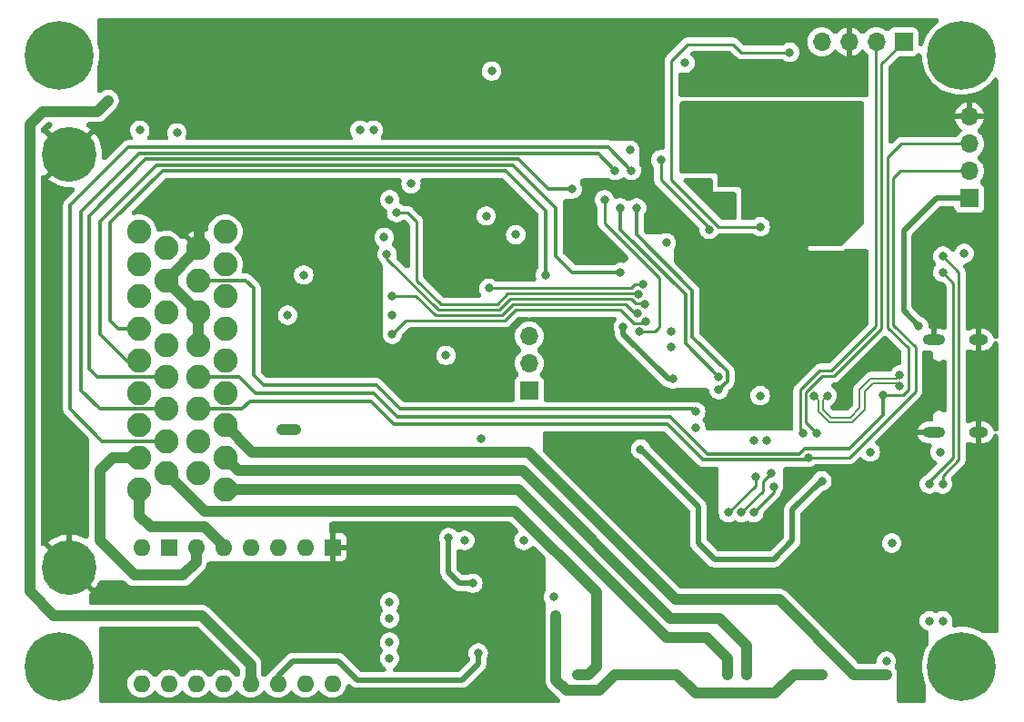
<source format=gbr>
%TF.GenerationSoftware,KiCad,Pcbnew,8.0.6*%
%TF.CreationDate,2024-10-30T09:58:54+07:00*%
%TF.ProjectId,NO2C,4e4f3243-2e6b-4696-9361-645f70636258,vD1*%
%TF.SameCoordinates,Original*%
%TF.FileFunction,Copper,L4,Bot*%
%TF.FilePolarity,Positive*%
%FSLAX46Y46*%
G04 Gerber Fmt 4.6, Leading zero omitted, Abs format (unit mm)*
G04 Created by KiCad (PCBNEW 8.0.6) date 2024-10-30 09:58:54*
%MOMM*%
%LPD*%
G01*
G04 APERTURE LIST*
%TA.AperFunction,ComponentPad*%
%ADD10O,1.600000X1.600000*%
%TD*%
%TA.AperFunction,ComponentPad*%
%ADD11R,1.600000X1.600000*%
%TD*%
%TA.AperFunction,ComponentPad*%
%ADD12C,2.250000*%
%TD*%
%TA.AperFunction,ComponentPad*%
%ADD13C,5.100000*%
%TD*%
%TA.AperFunction,ComponentPad*%
%ADD14R,1.700000X1.700000*%
%TD*%
%TA.AperFunction,ComponentPad*%
%ADD15O,1.700000X1.700000*%
%TD*%
%TA.AperFunction,ComponentPad*%
%ADD16C,0.800000*%
%TD*%
%TA.AperFunction,ComponentPad*%
%ADD17C,6.400000*%
%TD*%
%TA.AperFunction,ComponentPad*%
%ADD18O,2.100000X1.000000*%
%TD*%
%TA.AperFunction,ComponentPad*%
%ADD19O,1.800000X1.000000*%
%TD*%
%TA.AperFunction,ViaPad*%
%ADD20C,0.800000*%
%TD*%
%TA.AperFunction,Conductor*%
%ADD21C,1.000000*%
%TD*%
%TA.AperFunction,Conductor*%
%ADD22C,0.500000*%
%TD*%
%TA.AperFunction,Conductor*%
%ADD23C,0.250000*%
%TD*%
%TA.AperFunction,Conductor*%
%ADD24C,0.300000*%
%TD*%
%TA.AperFunction,Conductor*%
%ADD25C,0.200000*%
%TD*%
G04 APERTURE END LIST*
D10*
%TO.P,IC4,1,P1*%
%TO.N,/ENBL*%
X11150000Y1902000D03*
%TO.P,IC4,2,P2*%
%TO.N,unconnected-(IC4-P2-Pad2)*%
X13690000Y1902000D03*
%TO.P,IC4,3,P3*%
%TO.N,unconnected-(IC4-P3-Pad3)*%
X16230000Y1902000D03*
%TO.P,IC4,4,P4*%
%TO.N,unconnected-(IC4-P4-Pad4)*%
X18770000Y1902000D03*
%TO.P,IC4,5,P5*%
%TO.N,+5V*%
X21310000Y1902000D03*
%TO.P,IC4,6,P6*%
X23850000Y1902000D03*
%TO.P,IC4,7,P7*%
%TO.N,/STEP*%
X26390000Y1902000D03*
%TO.P,IC4,8,P8*%
%TO.N,/DIR*%
X28930000Y1902000D03*
D11*
%TO.P,IC4,9,P9*%
%TO.N,GND*%
X28930000Y14602000D03*
D10*
%TO.P,IC4,10,P10*%
%TO.N,unconnected-(IC4-P10-Pad10)*%
X26390000Y14602000D03*
%TO.P,IC4,11,P11*%
%TO.N,/STP-A2*%
X23850000Y14602000D03*
%TO.P,IC4,12,P12*%
%TO.N,/STP-A1*%
X21310000Y14602000D03*
%TO.P,IC4,13,P13*%
%TO.N,/STP-B1*%
X18770000Y14602000D03*
%TO.P,IC4,14,P14*%
%TO.N,/STP-B2*%
X16230000Y14602000D03*
D11*
%TO.P,IC4,15,P15*%
%TO.N,Earth*%
X13690000Y14602000D03*
D10*
%TO.P,IC4,16,P16*%
%TO.N,+12V*%
X11150000Y14602000D03*
%TD*%
D12*
%TO.P,J1,1,1*%
%TO.N,+BATT*%
X10937500Y44000000D03*
%TO.P,J1,2,2*%
%TO.N,VR1+*%
X10937500Y41000000D03*
%TO.P,J1,3,3*%
%TO.N,/VR1-*%
X10937500Y38000000D03*
%TO.P,J1,4,4*%
%TO.N,/IGN1*%
X10937500Y35000000D03*
%TO.P,J1,5,5*%
%TO.N,/IGN2*%
X10937500Y32000000D03*
%TO.P,J1,6,6*%
%TO.N,/STP-A1*%
X10937500Y29000000D03*
%TO.P,J1,7,7*%
%TO.N,/STP-A2*%
X10937500Y26000000D03*
%TO.P,J1,8,8*%
%TO.N,/STP-B2*%
X10937500Y23000000D03*
%TO.P,J1,9,9*%
%TO.N,/STP-B1*%
X10937500Y20000000D03*
%TO.P,J1,10,10*%
%TO.N,+5V*%
X13437500Y42500000D03*
%TO.P,J1,11,11*%
%TO.N,GND*%
X13437500Y39500000D03*
%TO.P,J1,12,12*%
%TO.N,/VR2-*%
X13437500Y36500000D03*
%TO.P,J1,13,13*%
%TO.N,VR2+*%
X13437500Y33500000D03*
%TO.P,J1,14,14*%
%TO.N,/TACHO*%
X13437500Y30500000D03*
%TO.P,J1,15,15*%
%TO.N,Net-(J1-Pad15)*%
X13437500Y27500000D03*
%TO.P,J1,16,16*%
%TO.N,Net-(J1-Pad16)*%
X13437500Y24500000D03*
%TO.P,J1,17,17*%
%TO.N,/IDLE*%
X13437500Y21500000D03*
%TO.P,J1,18,18*%
%TO.N,GND*%
X16437500Y42500000D03*
%TO.P,J1,19,19*%
%TO.N,/LAUNCH*%
X16437500Y39500000D03*
%TO.P,J1,20,20*%
%TO.N,GND*%
X16437500Y36500000D03*
%TO.P,J1,21,21*%
X16437500Y33500000D03*
%TO.P,J1,22,22*%
%TO.N,/SWCLK*%
X16437500Y30500000D03*
%TO.P,J1,23,23*%
%TO.N,/SWDIO*%
X16437500Y27500000D03*
%TO.P,J1,24,24*%
%TO.N,CANH*%
X16437500Y24500000D03*
%TO.P,J1,25,25*%
%TO.N,CANL*%
X16437500Y21500000D03*
%TO.P,J1,26,26*%
%TO.N,/O2*%
X18937500Y44000000D03*
%TO.P,J1,27,27*%
%TO.N,/TPS*%
X18937500Y41000000D03*
%TO.P,J1,28,28*%
%TO.N,/CLT*%
X18937500Y38000000D03*
%TO.P,J1,29,29*%
%TO.N,/IAT*%
X18937500Y35000000D03*
%TO.P,J1,30,30*%
%TO.N,/INJ1*%
X18937500Y32000000D03*
%TO.P,J1,31,31*%
%TO.N,/INJ2*%
X18937500Y29000000D03*
%TO.P,J1,32,32*%
%TO.N,/VVT*%
X18937500Y26000000D03*
%TO.P,J1,33,33*%
%TO.N,/BOOST*%
X18937500Y23000000D03*
%TO.P,J1,34,34*%
%TO.N,/FUELP*%
X18937500Y20000000D03*
D13*
%TO.P,J1,MH1,MH1*%
%TO.N,GND*%
X4437500Y51250000D03*
%TO.P,J1,MH2,MH2*%
X4437500Y12750000D03*
%TD*%
D14*
%TO.P,P1,1,Pin_1*%
%TO.N,+3.3V*%
X88250000Y47150000D03*
D15*
%TO.P,P1,2,Pin_2*%
%TO.N,/SWDIO*%
X88250000Y49690000D03*
%TO.P,P1,3,Pin_3*%
%TO.N,/SWCLK*%
X88250000Y52230000D03*
%TO.P,P1,4,Pin_4*%
%TO.N,GND*%
X88250000Y54770000D03*
%TD*%
D16*
%TO.P,REF\u002A\u002A,1*%
%TO.N,N/C*%
X85100000Y3500000D03*
X85802944Y5197056D03*
X85802944Y1802944D03*
X87500000Y5900000D03*
D17*
X87500000Y3500000D03*
D16*
X87500000Y1100000D03*
X89197056Y5197056D03*
X89197056Y1802944D03*
X89900000Y3500000D03*
%TD*%
%TO.P,REF\u002A\u002A,1*%
%TO.N,N/C*%
X1100000Y60500000D03*
X1802944Y62197056D03*
X1802944Y58802944D03*
X3500000Y62900000D03*
D17*
X3500000Y60500000D03*
D16*
X3500000Y58100000D03*
X5197056Y62197056D03*
X5197056Y58802944D03*
X5900000Y60500000D03*
%TD*%
%TO.P,REF\u002A\u002A,1*%
%TO.N,N/C*%
X1100000Y3500000D03*
X1802944Y5197056D03*
X1802944Y1802944D03*
X3500000Y5900000D03*
D17*
X3500000Y3500000D03*
D16*
X3500000Y1100000D03*
X5197056Y5197056D03*
X5197056Y1802944D03*
X5900000Y3500000D03*
%TD*%
%TO.P,REF\u002A\u002A,1*%
%TO.N,N/C*%
X85100000Y60500000D03*
X85802944Y62197056D03*
X85802944Y58802944D03*
X87500000Y62900000D03*
D17*
X87500000Y60500000D03*
D16*
X87500000Y58100000D03*
X89197056Y62197056D03*
X89197056Y58802944D03*
X89900000Y60500000D03*
%TD*%
D14*
%TO.P,JP1,1,1*%
%TO.N,+5V*%
X47250000Y29210000D03*
D15*
%TO.P,JP1,2,2*%
%TO.N,Net-(IC1-VDD)*%
X47250000Y31750000D03*
%TO.P,JP1,3,3*%
%TO.N,+12V*%
X47250000Y34290000D03*
%TD*%
D18*
%TO.P,J2,S1,SHIELD*%
%TO.N,GND*%
X84895000Y25320000D03*
D19*
X89075000Y25320000D03*
D18*
X84895000Y33960000D03*
D19*
X89075000Y33960000D03*
%TD*%
D14*
%TO.P,P4,1,Pin_1*%
%TO.N,/PA10*%
X82100000Y61750000D03*
D15*
%TO.P,P4,2,Pin_2*%
%TO.N,/PA9*%
X79560000Y61750000D03*
%TO.P,P4,3,Pin_3*%
%TO.N,GND*%
X77020000Y61750000D03*
%TO.P,P4,4,Pin_4*%
%TO.N,+5V*%
X74480000Y61750000D03*
%TD*%
D20*
%TO.N,+5V*%
X32750000Y53500000D03*
X87750000Y42000000D03*
X31500000Y53500000D03*
X81000000Y15000000D03*
X42500000Y4750000D03*
X8050000Y56250000D03*
%TO.N,+12V*%
X25500000Y25550000D03*
X14450000Y53250000D03*
X49750000Y7250000D03*
X58500000Y2750000D03*
X46000000Y43750000D03*
X49750000Y6250000D03*
X49750000Y8250000D03*
X24200000Y25550000D03*
X74500000Y2750000D03*
X73250000Y2750000D03*
X59750000Y2750000D03*
%TO.N,/PA3*%
X58000000Y37300000D03*
X34000000Y41950000D03*
%TO.N,/PA4*%
X34500000Y38050000D03*
X57350000Y36450000D03*
%TO.N,/PA5*%
X58100000Y35650000D03*
X34500000Y34475000D03*
%TO.N,/STEP*%
X67000000Y17850000D03*
X69750000Y21500000D03*
%TO.N,/DIR*%
X70000000Y20250000D03*
X68150000Y17850000D03*
%TO.N,/ENBL*%
X65800000Y17850000D03*
X68300000Y21200000D03*
%TO.N,/VR1-*%
X34250000Y5750000D03*
%TO.N,/VR2-*%
X34250000Y8000000D03*
%TO.N,/FUELP*%
X65750000Y4250000D03*
X65750000Y2750000D03*
%TO.N,/BOOST*%
X67500000Y4250000D03*
X67500000Y2750000D03*
%TO.N,/IDLE*%
X51750000Y2750000D03*
X52750000Y2750000D03*
%TO.N,/IGN2*%
X55750000Y40250000D03*
%TO.N,/IGN1*%
X48750000Y40000000D03*
%TO.N,/TACHO*%
X51250000Y48000000D03*
%TO.N,/VVT*%
X80500000Y4000000D03*
X80500000Y2750000D03*
%TO.N,/LAUNCH*%
X62750000Y27250000D03*
%TO.N,/PD11*%
X69350000Y24550000D03*
X46750000Y15250000D03*
%TO.N,Net-(D5-COM)*%
X68750000Y28750000D03*
X62750000Y25750000D03*
%TO.N,/PA2*%
X34900000Y45800000D03*
X57400000Y38200000D03*
%TO.N,/PD10*%
X68200000Y24600000D03*
X41250000Y15250000D03*
%TO.N,/PA0*%
X64000000Y44250000D03*
X59500000Y50750000D03*
%TO.N,/PA1*%
X57850000Y39150000D03*
X43500000Y38750000D03*
%TO.N,Net-(D20-COM)*%
X85750000Y41750000D03*
X85750000Y20500000D03*
%TO.N,Net-(D21-COM)*%
X84500000Y20500000D03*
X85750000Y40250000D03*
%TO.N,/SCL*%
X64900000Y30500000D03*
X55750000Y46250000D03*
%TO.N,CANL*%
X84500000Y7750000D03*
%TO.N,CANH*%
X85750000Y7750000D03*
%TO.N,/SDA*%
X64900000Y29300000D03*
X57250000Y46250000D03*
%TO.N,+BATT*%
X36250000Y48500000D03*
X11000000Y53500000D03*
%TO.N,VR2+*%
X34250000Y9500000D03*
%TO.N,VR1+*%
X34250000Y4250000D03*
%TO.N,/PD8*%
X60500000Y34750000D03*
X39500000Y32500000D03*
%TO.N,/PD14*%
X57500000Y34700000D03*
X54250000Y47000000D03*
%TO.N,/PD9*%
X42750000Y24750000D03*
X60500000Y33250000D03*
%TO.N,/SWDIO*%
X73250000Y23000000D03*
%TO.N,Net-(U2-NRST)*%
X68750000Y44500000D03*
X71500000Y60750000D03*
%TO.N,GND*%
X24100000Y42200000D03*
X73250000Y36000000D03*
X34000000Y63000000D03*
X90250000Y23500000D03*
X90250000Y11500000D03*
X90250000Y46750000D03*
X61750000Y54000000D03*
X64750000Y38500000D03*
X72000000Y20550000D03*
X70500000Y29000000D03*
X38500000Y12000000D03*
X68750000Y32750000D03*
X29750000Y63000000D03*
X12250000Y61250000D03*
X90250000Y20750000D03*
X34950000Y44300000D03*
X55500000Y20000000D03*
X63700000Y48650000D03*
X12250000Y59500000D03*
X63250000Y42000000D03*
X30250000Y43650000D03*
X69050000Y14700000D03*
X76500000Y36000000D03*
X72250000Y47000000D03*
X73500000Y57350000D03*
X73450000Y15700000D03*
X68750000Y30250000D03*
X46750000Y63250000D03*
X80650000Y33450000D03*
X44000000Y57050000D03*
X61750000Y52250000D03*
X52700000Y47400000D03*
X79900000Y20950000D03*
X76500000Y34250000D03*
X13500000Y48500000D03*
X67500000Y58000000D03*
X69650000Y55550000D03*
X75650000Y57350000D03*
X76750000Y51750000D03*
X33000000Y48000000D03*
X60000000Y61000000D03*
X30750000Y36250000D03*
X43000000Y31000000D03*
X62250000Y48650000D03*
X74750000Y49750000D03*
X31000000Y47250000D03*
X55750000Y41750000D03*
X24250000Y40500000D03*
X90250000Y56000000D03*
X18750000Y63000000D03*
X48150000Y5900000D03*
X21750000Y46500000D03*
X68750000Y36000000D03*
X21750000Y45250000D03*
X54500000Y20000000D03*
X36250000Y60000000D03*
X43000000Y29000000D03*
X55000000Y30650000D03*
X64750000Y36000000D03*
X28500000Y63000000D03*
X90250000Y7600000D03*
X34950000Y43000000D03*
X63950000Y55450000D03*
X74500000Y55500000D03*
X73250000Y32750000D03*
X66750000Y29000000D03*
X59250000Y24750000D03*
X76500000Y39500000D03*
X76500000Y37500000D03*
X61500000Y42000000D03*
X73000000Y45750000D03*
X76500000Y29250000D03*
X18500000Y47750000D03*
X35625000Y41375000D03*
X68750000Y46000000D03*
X16750000Y47750000D03*
X83900000Y36750000D03*
X61750000Y50500000D03*
X61850000Y55400000D03*
X12250000Y63000000D03*
X75300000Y14350000D03*
X65500000Y58000000D03*
X69100000Y16700000D03*
X55200000Y28700000D03*
X35750000Y63000000D03*
X52750000Y24250000D03*
X68500000Y39500000D03*
X60250000Y16500000D03*
X83350000Y750000D03*
X76750000Y49750000D03*
X37000000Y16250000D03*
X66400000Y14700000D03*
X38000000Y41250000D03*
X70750000Y39500000D03*
X45250000Y32750000D03*
X63500000Y60000000D03*
X90250000Y14500000D03*
X48200000Y4600000D03*
X90250000Y43750000D03*
X44000000Y53000000D03*
X59000000Y16500000D03*
X42250000Y63250000D03*
X45500000Y15750000D03*
X73250000Y49750000D03*
X90250000Y9250000D03*
X61500000Y16500000D03*
X38500000Y16250000D03*
X20250000Y63000000D03*
X54000000Y24250000D03*
X72000000Y48250000D03*
X90250000Y50250000D03*
X90250000Y53000000D03*
X90250000Y38500000D03*
X36250000Y57500000D03*
X66800000Y48600000D03*
X53500000Y20000000D03*
X36450000Y34500000D03*
X49500000Y23500000D03*
X69500000Y58000000D03*
X72900000Y21500000D03*
X76750000Y53750000D03*
X90250000Y17750000D03*
X90250000Y36000000D03*
X27500000Y48000000D03*
X64750000Y33750000D03*
X57000000Y56000000D03*
X76750000Y55500000D03*
X60500000Y23500000D03*
X83900000Y38700000D03*
X26250000Y36275000D03*
X68400000Y55550000D03*
X15000000Y47750000D03*
X90250000Y41250000D03*
X73250000Y38500000D03*
X43250000Y6480000D03*
X14250000Y63000000D03*
X77800000Y57400000D03*
%TO.N,/SWCLK*%
X80200000Y28800000D03*
%TO.N,+3.3V*%
X61750000Y59750000D03*
X49500000Y10000000D03*
X57625000Y23750000D03*
X60600000Y30300000D03*
X56625000Y51625000D03*
X60000000Y43000000D03*
X33750000Y43500000D03*
X43250000Y45500000D03*
X83500000Y35250000D03*
X26250000Y40000000D03*
X56000000Y35125000D03*
X42000000Y11250000D03*
X24750000Y36250000D03*
X34250000Y47000000D03*
X85500000Y23500000D03*
X39750000Y15500000D03*
X43750000Y59000000D03*
X79000000Y23500000D03*
X74500000Y20800000D03*
X34500000Y36225000D03*
%TO.N,/PA9*%
X72750000Y25250000D03*
%TO.N,/PA10*%
X74000000Y25250000D03*
%TO.N,/USB_D-*%
X81750000Y29615000D03*
X73750000Y28750000D03*
%TO.N,/USB_D+*%
X75000000Y28750000D03*
X81750000Y30665000D03*
%TO.N,Net-(J1-Pad16)*%
X56750000Y49750000D03*
%TO.N,Net-(J1-Pad15)*%
X55250000Y49750000D03*
%TD*%
D21*
%TO.N,+5V*%
X21310000Y3690000D02*
X16750000Y8250000D01*
X750000Y10500000D02*
X750000Y54000000D01*
D22*
X31250000Y2250000D02*
X29500000Y4000000D01*
X25250000Y4000000D02*
X23850000Y2600000D01*
D21*
X21310000Y1902000D02*
X21310000Y3690000D01*
X3000000Y8250000D02*
X750000Y10500000D01*
X7050000Y55250000D02*
X8050000Y56250000D01*
D22*
X42500000Y4750000D02*
X42500000Y3750000D01*
X23850000Y2600000D02*
X23850000Y1902000D01*
D21*
X2000000Y55250000D02*
X7050000Y55250000D01*
D22*
X41000000Y2250000D02*
X31250000Y2250000D01*
D21*
X16750000Y8250000D02*
X3000000Y8250000D01*
D22*
X42500000Y3750000D02*
X41000000Y2250000D01*
D21*
X750000Y54000000D02*
X2000000Y55250000D01*
D22*
X29500000Y4000000D02*
X25250000Y4000000D01*
D21*
%TO.N,+12V*%
X53750000Y1250000D02*
X50750000Y1250000D01*
X61000000Y2750000D02*
X58500000Y2750000D01*
X49750000Y6250000D02*
X49750000Y8250000D01*
X73250000Y2750000D02*
X74500000Y2750000D01*
X50750000Y1250000D02*
X49750000Y2250000D01*
X70125000Y1000000D02*
X62750000Y1000000D01*
X58500000Y2750000D02*
X55250000Y2750000D01*
X71875000Y2750000D02*
X70125000Y1000000D01*
X49750000Y2250000D02*
X49750000Y6250000D01*
X73250000Y2750000D02*
X71875000Y2750000D01*
X55250000Y2750000D02*
X53750000Y1250000D01*
X62750000Y1000000D02*
X61000000Y2750000D01*
X24200000Y25550000D02*
X25500000Y25550000D01*
D23*
%TO.N,/PA3*%
X58000000Y37300000D02*
X57950000Y37350000D01*
X45500000Y37750000D02*
X44500000Y36750000D01*
X44500000Y36750000D02*
X38750000Y36750000D01*
X56750000Y37750000D02*
X45500000Y37750000D01*
X34000000Y41500000D02*
X34000000Y41950000D01*
X57150000Y37350000D02*
X56750000Y37750000D01*
X57950000Y37350000D02*
X57150000Y37350000D01*
X38750000Y36750000D02*
X34000000Y41500000D01*
%TO.N,/PA4*%
X36700000Y38050000D02*
X38500000Y36250000D01*
X45750000Y37250000D02*
X56250000Y37250000D01*
X38500000Y36250000D02*
X44750000Y36250000D01*
X44750000Y36250000D02*
X45750000Y37250000D01*
X56250000Y37250000D02*
X57050000Y36450000D01*
X34500000Y38050000D02*
X36700000Y38050000D01*
X57050000Y36450000D02*
X57350000Y36450000D01*
%TO.N,/PA5*%
X58100000Y35650000D02*
X57950000Y35500000D01*
X55750000Y36750000D02*
X46000000Y36750000D01*
X45000000Y35750000D02*
X35775000Y35750000D01*
X46000000Y36750000D02*
X45000000Y35750000D01*
X35775000Y35750000D02*
X34500000Y34475000D01*
X57000000Y35500000D02*
X55750000Y36750000D01*
X57950000Y35500000D02*
X57000000Y35500000D01*
%TO.N,/STEP*%
X67000000Y17850000D02*
X69000000Y19850000D01*
X69000000Y20750000D02*
X69750000Y21500000D01*
X69000000Y19850000D02*
X69000000Y20750000D01*
%TO.N,/DIR*%
X70000000Y19700000D02*
X70000000Y20250000D01*
X68150000Y17850000D02*
X70000000Y19700000D01*
%TO.N,/ENBL*%
X68300000Y20350000D02*
X65800000Y17850000D01*
X68300000Y21200000D02*
X68300000Y20350000D01*
D21*
%TO.N,/STP-B1*%
X18770000Y14602000D02*
X18770000Y14730000D01*
X12000000Y16500000D02*
X10937500Y17562500D01*
X18770000Y14730000D02*
X17000000Y16500000D01*
X17000000Y16500000D02*
X12000000Y16500000D01*
X10937500Y17562500D02*
X10937500Y20000000D01*
%TO.N,/STP-B2*%
X16230000Y13230000D02*
X15000000Y12000000D01*
X8500000Y23000000D02*
X10937500Y23000000D01*
X7250000Y15250000D02*
X7250000Y21750000D01*
X15000000Y12000000D02*
X10500000Y12000000D01*
X16230000Y14602000D02*
X16230000Y13230000D01*
X10500000Y12000000D02*
X7250000Y15250000D01*
X7250000Y21750000D02*
X8500000Y23000000D01*
%TO.N,/FUELP*%
X65750000Y4250000D02*
X63800000Y6200000D01*
X46200000Y20000000D02*
X18937500Y20000000D01*
X60000000Y6200000D02*
X46200000Y20000000D01*
X63800000Y6200000D02*
X60000000Y6200000D01*
X65750000Y2750000D02*
X65750000Y4250000D01*
%TO.N,/BOOST*%
X46650000Y21750000D02*
X20187500Y21750000D01*
X20187500Y21750000D02*
X18937500Y23000000D01*
X64950000Y8000000D02*
X60400000Y8000000D01*
X67500000Y2750000D02*
X67500000Y5450000D01*
X60400000Y8000000D02*
X46650000Y21750000D01*
X67500000Y5450000D02*
X64950000Y8000000D01*
%TO.N,/IDLE*%
X52750000Y2750000D02*
X53500000Y3500000D01*
X45900000Y18000000D02*
X17000000Y18000000D01*
X13500000Y21500000D02*
X13437500Y21500000D01*
X51750000Y2750000D02*
X52750000Y2750000D01*
X53500000Y10400000D02*
X45900000Y18000000D01*
X53500000Y3500000D02*
X53500000Y10400000D01*
X52250000Y2750000D02*
X51750000Y2750000D01*
X17000000Y18000000D02*
X13500000Y21500000D01*
D24*
%TO.N,/IGN2*%
X49750000Y41750000D02*
X49750000Y46250000D01*
X10937500Y32000000D02*
X9750000Y32000000D01*
X7250000Y34500000D02*
X7250000Y45000000D01*
X7250000Y45000000D02*
X12500000Y50250000D01*
X12500000Y50250000D02*
X45750000Y50250000D01*
X51250000Y40250000D02*
X49750000Y41750000D01*
X9750000Y32000000D02*
X7250000Y34500000D01*
X55750000Y40250000D02*
X51250000Y40250000D01*
X45750000Y50250000D02*
X49750000Y46250000D01*
%TO.N,/IGN1*%
X13100000Y49700000D02*
X45050000Y49700000D01*
X45050000Y49700000D02*
X48750000Y46000000D01*
X48750000Y46000000D02*
X48750000Y40000000D01*
X8250000Y44850000D02*
X13100000Y49700000D01*
X8250000Y35750000D02*
X8250000Y44850000D01*
X10937500Y35000000D02*
X9000000Y35000000D01*
X9000000Y35000000D02*
X8250000Y35750000D01*
%TO.N,/TACHO*%
X6250000Y45500000D02*
X11550000Y50800000D01*
X13437500Y30500000D02*
X7000000Y30500000D01*
X46200000Y50800000D02*
X49000000Y48000000D01*
X11550000Y50800000D02*
X46200000Y50800000D01*
X6250000Y31250000D02*
X6250000Y45500000D01*
X7000000Y30500000D02*
X6250000Y31250000D01*
X49000000Y48000000D02*
X51250000Y48000000D01*
D21*
%TO.N,/VVT*%
X60900000Y9750000D02*
X47150000Y23500000D01*
X70500000Y9750000D02*
X60900000Y9750000D01*
X80500000Y2750000D02*
X77500000Y2750000D01*
X47150000Y23500000D02*
X21437500Y23500000D01*
X77500000Y2750000D02*
X70500000Y9750000D01*
X21437500Y23500000D02*
X18937500Y26000000D01*
D24*
%TO.N,/LAUNCH*%
X16437500Y39500000D02*
X20850000Y39500000D01*
X21600000Y30650000D02*
X22500000Y29750000D01*
X22500000Y29750000D02*
X33000000Y29750000D01*
X20850000Y39500000D02*
X21600000Y38750000D01*
X62500000Y27500000D02*
X62750000Y27250000D01*
X35250000Y27500000D02*
X62500000Y27500000D01*
X21600000Y38750000D02*
X21600000Y30650000D01*
X33000000Y29750000D02*
X35250000Y27500000D01*
D23*
%TO.N,/PA2*%
X57350000Y38250000D02*
X57400000Y38200000D01*
X39000000Y37250000D02*
X44250000Y37250000D01*
X36750000Y39500000D02*
X39000000Y37250000D01*
X36750000Y45000000D02*
X36750000Y39500000D01*
X34900000Y45800000D02*
X35950000Y45800000D01*
X44250000Y37250000D02*
X45250000Y38250000D01*
X35950000Y45800000D02*
X36750000Y45000000D01*
X45250000Y38250000D02*
X57350000Y38250000D01*
%TO.N,/PA0*%
X64000000Y44350000D02*
X64000000Y44250000D01*
X59500000Y48850000D02*
X64000000Y44350000D01*
X59500000Y50750000D02*
X59500000Y48850000D01*
%TO.N,/PA1*%
X43500000Y38750000D02*
X56700000Y38750000D01*
X57100000Y39150000D02*
X57850000Y39150000D01*
X56700000Y38750000D02*
X57100000Y39150000D01*
%TO.N,Net-(D20-COM)*%
X87250000Y40250000D02*
X87250000Y22750000D01*
X87250000Y22750000D02*
X85750000Y21250000D01*
X85750000Y41750000D02*
X87250000Y40250000D01*
X85750000Y21250000D02*
X85750000Y20500000D01*
%TO.N,Net-(D21-COM)*%
X86750000Y23000000D02*
X86750000Y39250000D01*
X86750000Y39250000D02*
X85750000Y40250000D01*
X84500000Y20750000D02*
X86750000Y23000000D01*
X84500000Y20500000D02*
X84500000Y20750000D01*
D24*
%TO.N,/SCL*%
X55750000Y44250000D02*
X61800000Y38200000D01*
X61800000Y33600000D02*
X64900000Y30500000D01*
X61800000Y38200000D02*
X61800000Y33600000D01*
X55750000Y46250000D02*
X55750000Y44250000D01*
%TO.N,/SDA*%
X62450000Y38550000D02*
X62450000Y34250000D01*
X65700000Y31000000D02*
X65700000Y30100000D01*
X57250000Y46250000D02*
X57250000Y43750000D01*
X65700000Y30100000D02*
X64900000Y29300000D01*
X62450000Y34250000D02*
X65700000Y31000000D01*
X57250000Y43750000D02*
X62450000Y38550000D01*
D23*
%TO.N,/PD14*%
X57500000Y34700000D02*
X58900000Y34700000D01*
X58900000Y34700000D02*
X59350000Y35150000D01*
X59350000Y35150000D02*
X59350000Y39725000D01*
X54250000Y44825000D02*
X54250000Y47000000D01*
X59350000Y39725000D02*
X54250000Y44825000D01*
%TO.N,/SWDIO*%
X83200000Y33250000D02*
X81150000Y35300000D01*
D24*
X73000000Y22750000D02*
X63450000Y22750000D01*
X21250000Y28250000D02*
X20500000Y27500000D01*
X20500000Y27500000D02*
X16437500Y27500000D01*
D23*
X77050431Y23000000D02*
X83200000Y29149569D01*
X73250000Y23000000D02*
X77050431Y23000000D01*
X81840000Y49690000D02*
X88250000Y49690000D01*
X83200000Y29149569D02*
X83200000Y33250000D01*
D24*
X63450000Y22750000D02*
X60100000Y26100000D01*
D23*
X81150000Y49000000D02*
X81840000Y49690000D01*
X81150000Y35300000D02*
X81150000Y49000000D01*
D24*
X60100000Y26100000D02*
X34650000Y26100000D01*
X32500000Y28250000D02*
X21250000Y28250000D01*
X73250000Y23000000D02*
X73000000Y22750000D01*
X34650000Y26100000D02*
X32500000Y28250000D01*
D23*
%TO.N,Net-(U2-NRST)*%
X60500000Y60000000D02*
X62000000Y61500000D01*
X60500000Y48900000D02*
X60500000Y60000000D01*
X67000000Y60750000D02*
X71500000Y60750000D01*
X62000000Y61500000D02*
X66250000Y61500000D01*
X66250000Y61500000D02*
X67000000Y60750000D01*
X68750000Y44500000D02*
X64900000Y44500000D01*
X64900000Y44500000D02*
X60500000Y48900000D01*
D22*
%TO.N,GND*%
X16437500Y42500000D02*
X16500000Y42562500D01*
D21*
X13437500Y39500000D02*
X16437500Y42500000D01*
X16437500Y36500000D02*
X13437500Y39500000D01*
D22*
X16500000Y44687500D02*
X16437500Y44750000D01*
D21*
X16500000Y42562500D02*
X16500000Y44687500D01*
D22*
X4437500Y17437500D02*
X4500000Y17500000D01*
X4437500Y12750000D02*
X4437500Y17437500D01*
D21*
X16437500Y33500000D02*
X16437500Y36500000D01*
D24*
%TO.N,/SWCLK*%
X20250000Y30500000D02*
X16437500Y30500000D01*
X72900000Y23800000D02*
X72400000Y23300000D01*
D23*
X82525000Y29293984D02*
X82525000Y33175000D01*
D24*
X32750000Y29000000D02*
X21750000Y29000000D01*
X80200000Y28800000D02*
X80200000Y26950000D01*
X21750000Y29000000D02*
X20250000Y30500000D01*
X63850000Y23300000D02*
X60400000Y26750000D01*
X35000000Y26750000D02*
X32750000Y29000000D01*
D23*
X80600000Y35100000D02*
X80600000Y50950000D01*
D24*
X60400000Y26750000D02*
X35000000Y26750000D01*
D23*
X81880000Y52230000D02*
X88250000Y52230000D01*
X80200000Y28800000D02*
X82031016Y28800000D01*
X80600000Y50950000D02*
X81880000Y52230000D01*
D24*
X77050000Y23800000D02*
X72900000Y23800000D01*
D23*
X82031016Y28800000D02*
X82525000Y29293984D01*
D24*
X80200000Y26950000D02*
X77050000Y23800000D01*
D23*
X82525000Y33175000D02*
X80600000Y35100000D01*
D24*
X72400000Y23300000D02*
X63850000Y23300000D01*
D22*
%TO.N,+3.3V*%
X71750000Y18150000D02*
X71750000Y15250000D01*
X70000000Y13500000D02*
X64500000Y13500000D01*
X74400000Y20800000D02*
X71750000Y18150000D01*
X56000000Y35125000D02*
X56000000Y34500000D01*
X82100000Y44100000D02*
X85150000Y47150000D01*
X56000000Y34500000D02*
X60200000Y30300000D01*
X64500000Y13500000D02*
X63000000Y15000000D01*
X71750000Y15250000D02*
X70000000Y13500000D01*
X82100000Y36650000D02*
X82100000Y44100000D01*
X42000000Y11250000D02*
X40750000Y11250000D01*
X85150000Y47150000D02*
X88250000Y47150000D01*
X63000000Y18400000D02*
X57650000Y23750000D01*
X57650000Y23750000D02*
X57625000Y23750000D01*
X74500000Y20800000D02*
X74400000Y20800000D01*
X83500000Y35250000D02*
X82100000Y36650000D01*
X40750000Y11250000D02*
X39750000Y12250000D01*
X63000000Y15000000D02*
X63000000Y18400000D01*
X39750000Y12250000D02*
X39750000Y15500000D01*
X60200000Y30300000D02*
X60600000Y30300000D01*
D23*
%TO.N,/PA9*%
X75400000Y31100000D02*
X79500000Y35200000D01*
X72475000Y29278123D02*
X74296877Y31100000D01*
X79500000Y61690000D02*
X79560000Y61750000D01*
X74296877Y31100000D02*
X75400000Y31100000D01*
X79500000Y35200000D02*
X79500000Y61690000D01*
X72475000Y25525000D02*
X72475000Y29278123D01*
X72750000Y25250000D02*
X72475000Y25525000D01*
%TO.N,/PA10*%
X72975000Y29071016D02*
X74503984Y30600000D01*
X72975000Y26275000D02*
X72975000Y29071016D01*
X75650000Y30600000D02*
X80060000Y35010000D01*
X74000000Y25250000D02*
X72975000Y26275000D01*
X80060000Y35010000D02*
X80060000Y59710000D01*
X74503984Y30600000D02*
X75650000Y30600000D01*
X80060000Y59710000D02*
X82100000Y61750000D01*
D25*
%TO.N,/USB_D-*%
X78475000Y27406800D02*
X77343200Y26275000D01*
X78475000Y29156800D02*
X78475000Y27406800D01*
X79233199Y29914999D02*
X78475000Y29156800D01*
X81750000Y29615000D02*
X81450001Y29914999D01*
X81450001Y29914999D02*
X79233199Y29914999D01*
X74149999Y27281801D02*
X74149999Y28350001D01*
X74149999Y28350001D02*
X73750000Y28750000D01*
X77343200Y26275000D02*
X75156800Y26275000D01*
X75156800Y26275000D02*
X74149999Y27281801D01*
%TO.N,/USB_D+*%
X74600001Y27468199D02*
X74600001Y28350001D01*
X81750000Y30665000D02*
X81450001Y30365001D01*
X78025000Y29343200D02*
X78025000Y27593200D01*
X74600001Y28350001D02*
X75000000Y28750000D01*
X79046801Y30365001D02*
X78025000Y29343200D01*
X77156800Y26725000D02*
X75343200Y26725000D01*
X81450001Y30365001D02*
X79046801Y30365001D01*
X75343200Y26725000D02*
X74600001Y27468199D01*
X78025000Y27593200D02*
X77156800Y26725000D01*
D24*
%TO.N,Net-(J1-Pad16)*%
X9901850Y51901850D02*
X54598150Y51901850D01*
X4500000Y27500000D02*
X4500000Y46500000D01*
X4500000Y46500000D02*
X9901850Y51901850D01*
X13437500Y24500000D02*
X7500000Y24500000D01*
X7500000Y24500000D02*
X4500000Y27500000D01*
X54598150Y51901850D02*
X56750000Y49750000D01*
%TO.N,Net-(J1-Pad15)*%
X7250000Y27500000D02*
X5500000Y29250000D01*
X13437500Y27500000D02*
X7250000Y27500000D01*
X5500000Y45875000D02*
X10975000Y51350000D01*
X53650000Y51350000D02*
X55250000Y49750000D01*
X10975000Y51350000D02*
X53650000Y51350000D01*
X5500000Y29250000D02*
X5500000Y45875000D01*
%TD*%
%TA.AperFunction,Conductor*%
%TO.N,GND*%
G36*
X45477728Y16980546D02*
G01*
X45558510Y16926570D01*
X46180117Y16304963D01*
X46234093Y16224181D01*
X46253047Y16128893D01*
X46234093Y16033605D01*
X46180117Y15952823D01*
X46150409Y15927452D01*
X46145812Y15924112D01*
X46144126Y15922886D01*
X46017469Y15782220D01*
X45922822Y15618286D01*
X45864325Y15438256D01*
X45844540Y15250000D01*
X45864325Y15061745D01*
X45884388Y15000000D01*
X45922821Y14881716D01*
X46000500Y14747172D01*
X46017469Y14717781D01*
X46121721Y14601998D01*
X46144129Y14577112D01*
X46220553Y14521587D01*
X46297271Y14465848D01*
X46470189Y14388859D01*
X46470192Y14388858D01*
X46470197Y14388856D01*
X46655354Y14349500D01*
X46844645Y14349500D01*
X46844646Y14349500D01*
X47029803Y14388856D01*
X47101804Y14420913D01*
X47202728Y14465848D01*
X47202728Y14465849D01*
X47202730Y14465849D01*
X47355871Y14577112D01*
X47441880Y14672635D01*
X47519724Y14730763D01*
X47613890Y14754678D01*
X47710039Y14740737D01*
X47793535Y14691062D01*
X47802991Y14682089D01*
X48677070Y13808010D01*
X48731046Y13727228D01*
X48750000Y13631940D01*
X48750000Y10568682D01*
X48731046Y10473394D01*
X48716641Y10444184D01*
X48672823Y10368289D01*
X48672821Y10368286D01*
X48672821Y10368284D01*
X48656856Y10319152D01*
X48614325Y10188256D01*
X48594540Y10000000D01*
X48614325Y9811745D01*
X48634807Y9748711D01*
X48672821Y9631716D01*
X48672822Y9631715D01*
X48672823Y9631712D01*
X48672824Y9631710D01*
X48716640Y9555819D01*
X48747870Y9463820D01*
X48750000Y9431319D01*
X48750000Y8365851D01*
X48749500Y8355670D01*
X48749500Y2151459D01*
X48757305Y2112223D01*
X48757305Y2112218D01*
X48757306Y2112218D01*
X48786420Y1965849D01*
X48786422Y1965840D01*
X48786421Y1965840D01*
X48787948Y1958168D01*
X48787949Y1958165D01*
X48858454Y1787948D01*
X48863368Y1776086D01*
X48972861Y1612218D01*
X49112218Y1472861D01*
X49112220Y1472860D01*
X50084511Y500568D01*
X50138486Y419788D01*
X50157440Y324500D01*
X50138486Y229212D01*
X50084510Y148430D01*
X50003728Y94454D01*
X49908440Y75500D01*
X7449000Y75500D01*
X7353712Y94454D01*
X7272930Y148430D01*
X7218954Y229212D01*
X7200000Y324500D01*
X7200000Y3387043D01*
X7200341Y3400074D01*
X7203347Y3457433D01*
X7205578Y3500000D01*
X7200341Y3599928D01*
X7200000Y3612959D01*
X7200000Y7000500D01*
X7218954Y7095788D01*
X7272930Y7176570D01*
X7353712Y7230546D01*
X7449000Y7249500D01*
X16232440Y7249500D01*
X16327728Y7230546D01*
X16408510Y7176570D01*
X20236570Y3348510D01*
X20290546Y3267728D01*
X20309500Y3172440D01*
X20309500Y2819002D01*
X20290546Y2723714D01*
X20264468Y2676180D01*
X20243967Y2646902D01*
X20173785Y2579719D01*
X20083236Y2544507D01*
X19986104Y2546627D01*
X19897177Y2585756D01*
X19836030Y2646904D01*
X19770047Y2741139D01*
X19609139Y2902047D01*
X19609135Y2902050D01*
X19609134Y2902051D01*
X19422741Y3032564D01*
X19422727Y3032572D01*
X19216499Y3128738D01*
X19216496Y3128739D01*
X18996694Y3187635D01*
X18996679Y3187637D01*
X18770006Y3207468D01*
X18769994Y3207468D01*
X18543320Y3187637D01*
X18543305Y3187635D01*
X18323503Y3128739D01*
X18323500Y3128738D01*
X18117272Y3032572D01*
X18117258Y3032564D01*
X17930865Y2902051D01*
X17769949Y2741135D01*
X17703969Y2646904D01*
X17633788Y2579720D01*
X17543239Y2544507D01*
X17446107Y2546626D01*
X17357180Y2585755D01*
X17296031Y2646904D01*
X17230050Y2741135D01*
X17230049Y2741136D01*
X17230047Y2741139D01*
X17069139Y2902047D01*
X17069135Y2902050D01*
X17069134Y2902051D01*
X16882741Y3032564D01*
X16882727Y3032572D01*
X16676499Y3128738D01*
X16676496Y3128739D01*
X16456694Y3187635D01*
X16456679Y3187637D01*
X16230006Y3207468D01*
X16229994Y3207468D01*
X16003320Y3187637D01*
X16003305Y3187635D01*
X15783503Y3128739D01*
X15783500Y3128738D01*
X15577272Y3032572D01*
X15577258Y3032564D01*
X15390865Y2902051D01*
X15229949Y2741135D01*
X15163969Y2646904D01*
X15093788Y2579720D01*
X15003239Y2544507D01*
X14906107Y2546626D01*
X14817180Y2585755D01*
X14756031Y2646904D01*
X14690050Y2741135D01*
X14690049Y2741136D01*
X14690047Y2741139D01*
X14529139Y2902047D01*
X14529135Y2902050D01*
X14529134Y2902051D01*
X14342741Y3032564D01*
X14342727Y3032572D01*
X14136499Y3128738D01*
X14136496Y3128739D01*
X13916694Y3187635D01*
X13916679Y3187637D01*
X13690006Y3207468D01*
X13689994Y3207468D01*
X13463320Y3187637D01*
X13463305Y3187635D01*
X13243503Y3128739D01*
X13243500Y3128738D01*
X13037272Y3032572D01*
X13037258Y3032564D01*
X12850865Y2902051D01*
X12689949Y2741135D01*
X12623969Y2646904D01*
X12553788Y2579720D01*
X12463239Y2544507D01*
X12366107Y2546626D01*
X12277180Y2585755D01*
X12216031Y2646904D01*
X12150050Y2741135D01*
X12150049Y2741136D01*
X12150047Y2741139D01*
X11989139Y2902047D01*
X11989135Y2902050D01*
X11989134Y2902051D01*
X11802741Y3032564D01*
X11802727Y3032572D01*
X11596499Y3128738D01*
X11596496Y3128739D01*
X11376694Y3187635D01*
X11376679Y3187637D01*
X11150006Y3207468D01*
X11149994Y3207468D01*
X10923320Y3187637D01*
X10923305Y3187635D01*
X10703503Y3128739D01*
X10703500Y3128738D01*
X10497272Y3032572D01*
X10497258Y3032564D01*
X10310865Y2902051D01*
X10149949Y2741135D01*
X10019436Y2554742D01*
X10019428Y2554728D01*
X9923262Y2348500D01*
X9923261Y2348497D01*
X9864365Y2128695D01*
X9864363Y2128680D01*
X9844532Y1902006D01*
X9844532Y1901995D01*
X9864363Y1675321D01*
X9864365Y1675306D01*
X9923261Y1455504D01*
X9923262Y1455501D01*
X10019428Y1249273D01*
X10019436Y1249259D01*
X10149949Y1062866D01*
X10149953Y1062861D01*
X10310861Y901953D01*
X10310864Y901951D01*
X10310865Y901950D01*
X10497258Y771437D01*
X10497262Y771435D01*
X10497266Y771432D01*
X10703504Y675261D01*
X10923308Y616365D01*
X10942984Y614644D01*
X11149994Y596532D01*
X11150000Y596532D01*
X11150006Y596532D01*
X11329668Y612251D01*
X11376692Y616365D01*
X11596496Y675261D01*
X11802734Y771432D01*
X11989139Y901953D01*
X12150047Y1062861D01*
X12216031Y1157098D01*
X12286211Y1224281D01*
X12376760Y1259494D01*
X12473892Y1257375D01*
X12562819Y1218247D01*
X12623968Y1157098D01*
X12689953Y1062861D01*
X12850861Y901953D01*
X12850864Y901951D01*
X12850865Y901950D01*
X13037258Y771437D01*
X13037262Y771435D01*
X13037266Y771432D01*
X13243504Y675261D01*
X13463308Y616365D01*
X13482984Y614644D01*
X13689994Y596532D01*
X13690000Y596532D01*
X13690006Y596532D01*
X13869668Y612251D01*
X13916692Y616365D01*
X14136496Y675261D01*
X14342734Y771432D01*
X14529139Y901953D01*
X14690047Y1062861D01*
X14756031Y1157098D01*
X14826211Y1224281D01*
X14916760Y1259494D01*
X15013892Y1257375D01*
X15102819Y1218247D01*
X15163968Y1157098D01*
X15229953Y1062861D01*
X15390861Y901953D01*
X15390864Y901951D01*
X15390865Y901950D01*
X15577258Y771437D01*
X15577262Y771435D01*
X15577266Y771432D01*
X15783504Y675261D01*
X16003308Y616365D01*
X16022984Y614644D01*
X16229994Y596532D01*
X16230000Y596532D01*
X16230006Y596532D01*
X16409668Y612251D01*
X16456692Y616365D01*
X16676496Y675261D01*
X16882734Y771432D01*
X17069139Y901953D01*
X17230047Y1062861D01*
X17296031Y1157098D01*
X17366211Y1224281D01*
X17456760Y1259494D01*
X17553892Y1257375D01*
X17642819Y1218247D01*
X17703968Y1157098D01*
X17769953Y1062861D01*
X17930861Y901953D01*
X17930864Y901951D01*
X17930865Y901950D01*
X18117258Y771437D01*
X18117262Y771435D01*
X18117266Y771432D01*
X18323504Y675261D01*
X18543308Y616365D01*
X18562984Y614644D01*
X18769994Y596532D01*
X18770000Y596532D01*
X18770006Y596532D01*
X18949668Y612251D01*
X18996692Y616365D01*
X19216496Y675261D01*
X19422734Y771432D01*
X19609139Y901953D01*
X19770047Y1062861D01*
X19836031Y1157098D01*
X19906211Y1224281D01*
X19996760Y1259494D01*
X20093892Y1257375D01*
X20182819Y1218247D01*
X20243968Y1157098D01*
X20309953Y1062861D01*
X20470861Y901953D01*
X20470864Y901951D01*
X20470865Y901950D01*
X20657258Y771437D01*
X20657262Y771435D01*
X20657266Y771432D01*
X20863504Y675261D01*
X21083308Y616365D01*
X21102984Y614644D01*
X21309994Y596532D01*
X21310000Y596532D01*
X21310006Y596532D01*
X21489668Y612251D01*
X21536692Y616365D01*
X21756496Y675261D01*
X21962734Y771432D01*
X22149139Y901953D01*
X22310047Y1062861D01*
X22376031Y1157098D01*
X22446211Y1224281D01*
X22536760Y1259494D01*
X22633892Y1257375D01*
X22722819Y1218247D01*
X22783968Y1157098D01*
X22849953Y1062861D01*
X23010861Y901953D01*
X23010864Y901951D01*
X23010865Y901950D01*
X23197258Y771437D01*
X23197262Y771435D01*
X23197266Y771432D01*
X23403504Y675261D01*
X23623308Y616365D01*
X23642984Y614644D01*
X23849994Y596532D01*
X23850000Y596532D01*
X23850006Y596532D01*
X24029668Y612251D01*
X24076692Y616365D01*
X24296496Y675261D01*
X24502734Y771432D01*
X24689139Y901953D01*
X24850047Y1062861D01*
X24916031Y1157098D01*
X24986211Y1224281D01*
X25076760Y1259494D01*
X25173892Y1257375D01*
X25262819Y1218247D01*
X25323968Y1157098D01*
X25389953Y1062861D01*
X25550861Y901953D01*
X25550864Y901951D01*
X25550865Y901950D01*
X25737258Y771437D01*
X25737262Y771435D01*
X25737266Y771432D01*
X25943504Y675261D01*
X26163308Y616365D01*
X26182984Y614644D01*
X26389994Y596532D01*
X26390000Y596532D01*
X26390006Y596532D01*
X26569668Y612251D01*
X26616692Y616365D01*
X26836496Y675261D01*
X27042734Y771432D01*
X27229139Y901953D01*
X27390047Y1062861D01*
X27456031Y1157098D01*
X27526211Y1224281D01*
X27616760Y1259494D01*
X27713892Y1257375D01*
X27802819Y1218247D01*
X27863968Y1157098D01*
X27929953Y1062861D01*
X28090861Y901953D01*
X28090864Y901951D01*
X28090865Y901950D01*
X28277258Y771437D01*
X28277262Y771435D01*
X28277266Y771432D01*
X28483504Y675261D01*
X28703308Y616365D01*
X28722984Y614644D01*
X28929994Y596532D01*
X28930000Y596532D01*
X28930006Y596532D01*
X29109668Y612251D01*
X29156692Y616365D01*
X29376496Y675261D01*
X29582734Y771432D01*
X29769139Y901953D01*
X29930047Y1062861D01*
X30060568Y1249266D01*
X30156739Y1455504D01*
X30215635Y1675308D01*
X30215635Y1675311D01*
X30218448Y1685808D01*
X30220651Y1685218D01*
X30249876Y1760381D01*
X30317056Y1830566D01*
X30405981Y1869700D01*
X30503113Y1871825D01*
X30593664Y1836617D01*
X30635952Y1802680D01*
X30771584Y1667048D01*
X30823715Y1632216D01*
X30894505Y1584916D01*
X30894510Y1584914D01*
X30951080Y1561482D01*
X30951082Y1561481D01*
X31031084Y1528342D01*
X31031086Y1528342D01*
X31031088Y1528341D01*
X31067676Y1521064D01*
X31139847Y1506707D01*
X31139854Y1506707D01*
X31139861Y1506705D01*
X31176082Y1499500D01*
X31176083Y1499500D01*
X31176085Y1499500D01*
X41073919Y1499500D01*
X41073919Y1499501D01*
X41218913Y1528342D01*
X41355495Y1584916D01*
X41426285Y1632216D01*
X41478416Y1667048D01*
X43082951Y3271584D01*
X43165084Y3394505D01*
X43221658Y3531087D01*
X43250500Y3676082D01*
X43250500Y3823917D01*
X43250500Y4182185D01*
X43269454Y4277473D01*
X43283860Y4306685D01*
X43319425Y4368286D01*
X43327179Y4381716D01*
X43385674Y4561744D01*
X43405460Y4750000D01*
X43385674Y4938256D01*
X43327179Y5118284D01*
X43232533Y5282216D01*
X43232531Y5282219D01*
X43232530Y5282220D01*
X43105873Y5422886D01*
X43105872Y5422887D01*
X43105871Y5422888D01*
X43029300Y5478520D01*
X42952728Y5534153D01*
X42779810Y5611142D01*
X42779796Y5611146D01*
X42594646Y5650500D01*
X42405354Y5650500D01*
X42220203Y5611146D01*
X42220189Y5611142D01*
X42047271Y5534153D01*
X41894126Y5422886D01*
X41767469Y5282220D01*
X41672822Y5118286D01*
X41614325Y4938256D01*
X41594540Y4750000D01*
X41614325Y4561745D01*
X41623919Y4532220D01*
X41672821Y4381716D01*
X41672822Y4381714D01*
X41672823Y4381712D01*
X41672824Y4381710D01*
X41716140Y4306685D01*
X41747370Y4214686D01*
X41749500Y4182185D01*
X41749500Y4164008D01*
X41730546Y4068720D01*
X41676570Y3987938D01*
X40762062Y3073430D01*
X40681280Y3019454D01*
X40585992Y3000500D01*
X34826003Y3000500D01*
X34730715Y3019454D01*
X34649933Y3073430D01*
X34595957Y3154212D01*
X34577003Y3249500D01*
X34595957Y3344788D01*
X34649933Y3425570D01*
X34692264Y3458052D01*
X34692172Y3458178D01*
X34697017Y3461699D01*
X34701504Y3465141D01*
X34702725Y3465848D01*
X34702730Y3465849D01*
X34855871Y3577112D01*
X34982533Y3717784D01*
X35077179Y3881716D01*
X35135674Y4061744D01*
X35155460Y4250000D01*
X35135674Y4438256D01*
X35077179Y4618284D01*
X34982533Y4782216D01*
X34936458Y4833388D01*
X34886784Y4916880D01*
X34872842Y5013029D01*
X34896756Y5107195D01*
X34936459Y5166614D01*
X34982533Y5217784D01*
X35077179Y5381716D01*
X35135674Y5561744D01*
X35155460Y5750000D01*
X35135674Y5938256D01*
X35077179Y6118284D01*
X34982533Y6282216D01*
X34982531Y6282219D01*
X34982530Y6282220D01*
X34855873Y6422886D01*
X34855872Y6422887D01*
X34855871Y6422888D01*
X34779300Y6478520D01*
X34702728Y6534153D01*
X34529810Y6611142D01*
X34529796Y6611146D01*
X34434312Y6631441D01*
X34345047Y6669792D01*
X34277253Y6739384D01*
X34250385Y6806726D01*
X34219126Y6733965D01*
X34149534Y6666171D01*
X34065687Y6631441D01*
X33970203Y6611146D01*
X33970189Y6611142D01*
X33797271Y6534153D01*
X33644126Y6422886D01*
X33517469Y6282220D01*
X33422822Y6118286D01*
X33364325Y5938256D01*
X33344540Y5750000D01*
X33364325Y5561745D01*
X33393573Y5471730D01*
X33422821Y5381716D01*
X33422822Y5381715D01*
X33517467Y5217784D01*
X33563541Y5166614D01*
X33613216Y5083118D01*
X33627157Y4986969D01*
X33603242Y4892803D01*
X33563541Y4833386D01*
X33517467Y4782217D01*
X33430849Y4632189D01*
X33422821Y4618284D01*
X33411341Y4582952D01*
X33364325Y4438256D01*
X33344540Y4250000D01*
X33364325Y4061745D01*
X33378682Y4017560D01*
X33422821Y3881716D01*
X33516725Y3719069D01*
X33517469Y3717781D01*
X33590540Y3636628D01*
X33644129Y3577112D01*
X33724319Y3518851D01*
X33797270Y3465849D01*
X33798496Y3465141D01*
X33799711Y3464075D01*
X33807828Y3458178D01*
X33807286Y3457433D01*
X33871542Y3401082D01*
X33914512Y3313947D01*
X33920867Y3217000D01*
X33889638Y3125001D01*
X33825579Y3051955D01*
X33738444Y3008985D01*
X33673997Y3000500D01*
X31664008Y3000500D01*
X31568720Y3019454D01*
X31487938Y3073430D01*
X30733640Y3827728D01*
X29978416Y4582952D01*
X29978412Y4582955D01*
X29978410Y4582957D01*
X29978411Y4582957D01*
X29904732Y4632185D01*
X29904729Y4632188D01*
X29904729Y4632187D01*
X29855495Y4665084D01*
X29718913Y4721658D01*
X29718911Y4721659D01*
X29573920Y4750500D01*
X29573918Y4750500D01*
X25176082Y4750500D01*
X25176079Y4750500D01*
X25031088Y4721659D01*
X24894507Y4665085D01*
X24894502Y4665083D01*
X24845271Y4632189D01*
X24845270Y4632187D01*
X24824466Y4618286D01*
X24771582Y4582951D01*
X23273156Y3084525D01*
X23202334Y3034932D01*
X23197271Y3032571D01*
X23197268Y3032570D01*
X23010864Y2902050D01*
X22849949Y2741135D01*
X22783969Y2646904D01*
X22713788Y2579720D01*
X22623239Y2544507D01*
X22526107Y2546626D01*
X22437180Y2585755D01*
X22376029Y2646907D01*
X22355529Y2676185D01*
X22316401Y2765112D01*
X22310500Y2819002D01*
X22310500Y3788541D01*
X22310499Y3788546D01*
X22272052Y3981831D01*
X22272051Y3981833D01*
X22272051Y3981835D01*
X22196632Y4163914D01*
X22087139Y4327782D01*
X21947782Y4467139D01*
X21947778Y4467142D01*
X17527141Y8887779D01*
X17527139Y8887782D01*
X17387782Y9027139D01*
X17223914Y9136632D01*
X17223909Y9136635D01*
X17134868Y9173517D01*
X17095165Y9189962D01*
X17041836Y9212051D01*
X17041833Y9212052D01*
X16945189Y9231276D01*
X16945188Y9231276D01*
X16848541Y9250500D01*
X16848538Y9250500D01*
X6499000Y9250500D01*
X6403712Y9269454D01*
X6322930Y9323430D01*
X6268954Y9404212D01*
X6250000Y9499500D01*
X6250000Y9500000D01*
X33344540Y9500000D01*
X33364325Y9311745D01*
X33390472Y9231276D01*
X33422821Y9131716D01*
X33517467Y8967784D01*
X33563541Y8916614D01*
X33613216Y8833118D01*
X33627157Y8736969D01*
X33603242Y8642803D01*
X33563541Y8583386D01*
X33517467Y8532217D01*
X33454345Y8422886D01*
X33422821Y8368284D01*
X33416408Y8348546D01*
X33364325Y8188256D01*
X33344540Y8000000D01*
X33364325Y7811745D01*
X33384388Y7750000D01*
X33422821Y7631716D01*
X33515232Y7471655D01*
X33517469Y7467781D01*
X33644126Y7327115D01*
X33644129Y7327112D01*
X33683640Y7298406D01*
X33797271Y7215848D01*
X33970189Y7138859D01*
X33970192Y7138858D01*
X33970197Y7138856D01*
X34032475Y7125619D01*
X34065687Y7118559D01*
X34154953Y7080208D01*
X34222747Y7010616D01*
X34249613Y6943275D01*
X34280873Y7016034D01*
X34350465Y7083828D01*
X34434312Y7118559D01*
X34529803Y7138856D01*
X34702730Y7215849D01*
X34855871Y7327112D01*
X34982533Y7467784D01*
X35077179Y7631716D01*
X35135674Y7811744D01*
X35155460Y8000000D01*
X35135674Y8188256D01*
X35077179Y8368284D01*
X34982533Y8532216D01*
X34936458Y8583388D01*
X34886784Y8666880D01*
X34872842Y8763029D01*
X34896756Y8857195D01*
X34936459Y8916614D01*
X34982533Y8967784D01*
X35077179Y9131716D01*
X35135674Y9311744D01*
X35155460Y9500000D01*
X35135674Y9688256D01*
X35077179Y9868284D01*
X34982533Y10032216D01*
X34982531Y10032219D01*
X34982530Y10032220D01*
X34855873Y10172886D01*
X34855872Y10172887D01*
X34855871Y10172888D01*
X34731081Y10263553D01*
X34702728Y10284153D01*
X34529810Y10361142D01*
X34529796Y10361146D01*
X34344646Y10400500D01*
X34155354Y10400500D01*
X33970203Y10361146D01*
X33970189Y10361142D01*
X33797271Y10284153D01*
X33644126Y10172886D01*
X33517469Y10032220D01*
X33431587Y9883468D01*
X33422821Y9868284D01*
X33422280Y9866618D01*
X33364325Y9688256D01*
X33344540Y9500000D01*
X6250000Y9500000D01*
X6250000Y10168265D01*
X6268954Y10263553D01*
X6322930Y10344335D01*
X6337007Y10356916D01*
X6336931Y10357001D01*
X6410869Y10423077D01*
X5449904Y11384042D01*
X5560793Y11469130D01*
X5718370Y11626707D01*
X5803458Y11737596D01*
X6764423Y10776631D01*
X6825842Y10845359D01*
X6825844Y10845362D01*
X7024079Y11124749D01*
X7160424Y11371446D01*
X7223106Y11445676D01*
X7309423Y11490268D01*
X7378355Y11500000D01*
X9481940Y11500000D01*
X9577228Y11481046D01*
X9658010Y11427070D01*
X9722858Y11362222D01*
X9722861Y11362218D01*
X9862218Y11222861D01*
X10026086Y11113368D01*
X10150718Y11061744D01*
X10208164Y11037949D01*
X10216846Y11036222D01*
X10242654Y11031088D01*
X10242659Y11031088D01*
X10242662Y11031087D01*
X10401459Y10999500D01*
X15098541Y10999500D01*
X15257338Y11031087D01*
X15291836Y11037949D01*
X15349282Y11061744D01*
X15473914Y11113368D01*
X15637782Y11222861D01*
X15777139Y11362218D01*
X15777139Y11362220D01*
X15797639Y11382719D01*
X15797640Y11382722D01*
X17007140Y12592219D01*
X17116632Y12756086D01*
X17192052Y12938165D01*
X17224158Y13099578D01*
X17261338Y13189337D01*
X17330037Y13258036D01*
X17419796Y13295215D01*
X17468374Y13300000D01*
X18719493Y13300000D01*
X18741195Y13299053D01*
X18746660Y13298574D01*
X18769998Y13296532D01*
X18770000Y13296532D01*
X18770002Y13296532D01*
X18793340Y13298574D01*
X18798804Y13299053D01*
X18820507Y13300000D01*
X21259493Y13300000D01*
X21281195Y13299053D01*
X21286660Y13298574D01*
X21309998Y13296532D01*
X21310000Y13296532D01*
X21310002Y13296532D01*
X21333340Y13298574D01*
X21338804Y13299053D01*
X21360507Y13300000D01*
X23799493Y13300000D01*
X23821195Y13299053D01*
X23826660Y13298574D01*
X23849998Y13296532D01*
X23850000Y13296532D01*
X23850002Y13296532D01*
X23873340Y13298574D01*
X23878804Y13299053D01*
X23900507Y13300000D01*
X26339493Y13300000D01*
X26361195Y13299053D01*
X26366660Y13298574D01*
X26389998Y13296532D01*
X26390000Y13296532D01*
X26390002Y13296532D01*
X26413340Y13298574D01*
X26418804Y13299053D01*
X26440507Y13300000D01*
X28087459Y13300000D01*
X28114066Y13298574D01*
X28195585Y13289814D01*
X28259386Y13300000D01*
X28432822Y13300000D01*
X28443503Y13302000D01*
X28679999Y13302000D01*
X28680000Y13302001D01*
X28680000Y14286314D01*
X28684394Y14281920D01*
X28775606Y14229259D01*
X28877339Y14202000D01*
X28982661Y14202000D01*
X29084394Y14229259D01*
X29175606Y14281920D01*
X29180000Y14286314D01*
X29180000Y13302001D01*
X29180001Y13302000D01*
X29777825Y13302000D01*
X29777832Y13302001D01*
X29837371Y13308402D01*
X29837378Y13308404D01*
X29972087Y13358647D01*
X30087187Y13444811D01*
X30087189Y13444813D01*
X30173353Y13559913D01*
X30223596Y13694622D01*
X30223598Y13694629D01*
X30229999Y13754168D01*
X30230000Y13754175D01*
X30230000Y14351999D01*
X30229999Y14352000D01*
X29245686Y14352000D01*
X29250080Y14356394D01*
X29302741Y14447606D01*
X29330000Y14549339D01*
X29330000Y14654661D01*
X29302741Y14756394D01*
X29250080Y14847606D01*
X29245686Y14852000D01*
X30229999Y14852000D01*
X30230000Y14852001D01*
X30230000Y15449825D01*
X30229999Y15449833D01*
X30224606Y15500000D01*
X38844540Y15500000D01*
X38864325Y15311745D01*
X38884388Y15250000D01*
X38922821Y15131716D01*
X38922822Y15131714D01*
X38922823Y15131712D01*
X38922824Y15131710D01*
X38966140Y15056685D01*
X38997370Y14964686D01*
X38999500Y14932185D01*
X38999500Y12176080D01*
X39028341Y12031089D01*
X39042670Y11996496D01*
X39084916Y11894505D01*
X39117813Y11845271D01*
X39167048Y11771584D01*
X40167049Y10771584D01*
X40167048Y10771584D01*
X40220849Y10717784D01*
X40271584Y10667049D01*
X40394505Y10584916D01*
X40413339Y10577115D01*
X40413345Y10577111D01*
X40413346Y10577112D01*
X40531088Y10528341D01*
X40531091Y10528341D01*
X40531092Y10528340D01*
X40531091Y10528340D01*
X40647237Y10505237D01*
X40647245Y10505237D01*
X40676080Y10499501D01*
X40676081Y10499500D01*
X40676082Y10499500D01*
X40676083Y10499500D01*
X40823918Y10499500D01*
X41422265Y10499500D01*
X41517553Y10480546D01*
X41546762Y10466142D01*
X41547272Y10465848D01*
X41720189Y10388859D01*
X41720192Y10388858D01*
X41720197Y10388856D01*
X41905354Y10349500D01*
X42094645Y10349500D01*
X42094646Y10349500D01*
X42279803Y10388856D01*
X42452730Y10465849D01*
X42605871Y10577112D01*
X42732533Y10717784D01*
X42827179Y10881716D01*
X42885674Y11061744D01*
X42905460Y11250000D01*
X42885674Y11438256D01*
X42827179Y11618284D01*
X42732533Y11782216D01*
X42732531Y11782219D01*
X42732530Y11782220D01*
X42605873Y11922886D01*
X42605872Y11922887D01*
X42605871Y11922888D01*
X42472959Y12019454D01*
X42452728Y12034153D01*
X42279810Y12111142D01*
X42279796Y12111146D01*
X42094646Y12150500D01*
X41905354Y12150500D01*
X41720203Y12111146D01*
X41720189Y12111142D01*
X41547272Y12034153D01*
X41546762Y12033858D01*
X41546124Y12033642D01*
X41535349Y12028844D01*
X41534908Y12029835D01*
X41454763Y12002630D01*
X41422265Y12000500D01*
X41164006Y12000500D01*
X41068718Y12019454D01*
X40987939Y12073428D01*
X40573430Y12487938D01*
X40519454Y12568719D01*
X40500500Y12664007D01*
X40500500Y14214553D01*
X40519454Y14309841D01*
X40573430Y14390623D01*
X40654212Y14444599D01*
X40749500Y14463553D01*
X40844788Y14444599D01*
X40850778Y14442025D01*
X40966228Y14390623D01*
X40970197Y14388856D01*
X41155354Y14349500D01*
X41344645Y14349500D01*
X41344646Y14349500D01*
X41529803Y14388856D01*
X41601804Y14420913D01*
X41702728Y14465848D01*
X41702728Y14465849D01*
X41702730Y14465849D01*
X41855871Y14577112D01*
X41982533Y14717784D01*
X42077179Y14881716D01*
X42135674Y15061744D01*
X42155460Y15250000D01*
X42135674Y15438256D01*
X42077179Y15618284D01*
X41982533Y15782216D01*
X41982531Y15782219D01*
X41982530Y15782220D01*
X41855873Y15922886D01*
X41855872Y15922887D01*
X41855871Y15922888D01*
X41757919Y15994054D01*
X41702728Y16034153D01*
X41529810Y16111142D01*
X41529796Y16111146D01*
X41344646Y16150500D01*
X41155354Y16150500D01*
X40970203Y16111146D01*
X40970189Y16111142D01*
X40797269Y16034152D01*
X40787324Y16026926D01*
X40699093Y15986254D01*
X40602012Y15982443D01*
X40510863Y16016073D01*
X40455931Y16061761D01*
X40355871Y16172888D01*
X40249006Y16250530D01*
X40202728Y16284153D01*
X40029810Y16361142D01*
X40029796Y16361146D01*
X39844646Y16400500D01*
X39655354Y16400500D01*
X39470203Y16361146D01*
X39470189Y16361142D01*
X39297271Y16284153D01*
X39144126Y16172886D01*
X39017469Y16032220D01*
X38938591Y15895599D01*
X38922821Y15868284D01*
X38915371Y15845354D01*
X38864325Y15688256D01*
X38844540Y15500000D01*
X30224606Y15500000D01*
X30223598Y15509372D01*
X30223596Y15509379D01*
X30173353Y15644088D01*
X30087189Y15759188D01*
X30087187Y15759190D01*
X29972087Y15845354D01*
X29837378Y15895597D01*
X29837371Y15895599D01*
X29777832Y15902000D01*
X29180001Y15902000D01*
X29180000Y15901999D01*
X29180000Y14917686D01*
X29175606Y14922080D01*
X29084394Y14974741D01*
X28982661Y15002000D01*
X28877339Y15002000D01*
X28775606Y14974741D01*
X28684394Y14922080D01*
X28680000Y14917686D01*
X28680000Y15923320D01*
X28668954Y15939851D01*
X28650000Y16035139D01*
X28650000Y16750500D01*
X28668954Y16845788D01*
X28722930Y16926570D01*
X28803712Y16980546D01*
X28899000Y16999500D01*
X45382440Y16999500D01*
X45477728Y16980546D01*
G37*
%TD.AperFunction*%
%TA.AperFunction,Conductor*%
G36*
X84123078Y32984552D02*
G01*
X84246504Y32960001D01*
X84246509Y32960000D01*
X84589913Y32960000D01*
X84685201Y32941046D01*
X84765983Y32887070D01*
X84819959Y32806288D01*
X84838913Y32711000D01*
X84830429Y32646555D01*
X84819500Y32605767D01*
X84819500Y32454234D01*
X84858718Y32307867D01*
X84934482Y32176639D01*
X84934483Y32176638D01*
X84934485Y32176635D01*
X85041635Y32069485D01*
X85172865Y31993719D01*
X85319234Y31954500D01*
X85470766Y31954500D01*
X85586095Y31985402D01*
X85617135Y31993719D01*
X85748365Y32069485D01*
X85748367Y32069488D01*
X85750999Y32071007D01*
X85842998Y32102237D01*
X85939945Y32095883D01*
X86027081Y32052913D01*
X86091140Y31979868D01*
X86122370Y31887869D01*
X86124500Y31855367D01*
X86124500Y27424634D01*
X86105546Y27329346D01*
X86051570Y27248564D01*
X85970788Y27194588D01*
X85875500Y27175634D01*
X85780212Y27194588D01*
X85751000Y27208994D01*
X85679975Y27250000D01*
X85617135Y27286281D01*
X85617132Y27286282D01*
X85617134Y27286282D01*
X85470766Y27325500D01*
X85319234Y27325500D01*
X85172866Y27286282D01*
X85041638Y27210518D01*
X84934482Y27103362D01*
X84858718Y26972134D01*
X84819500Y26825767D01*
X84819500Y26674234D01*
X84830429Y26633445D01*
X84836783Y26536498D01*
X84805553Y26444499D01*
X84741494Y26371454D01*
X84654358Y26328484D01*
X84589913Y26320000D01*
X84246511Y26320000D01*
X84053308Y26281571D01*
X83871327Y26206192D01*
X83871320Y26206189D01*
X83707540Y26096754D01*
X83568246Y25957460D01*
X83458811Y25793680D01*
X83458810Y25793676D01*
X83383428Y25611690D01*
X83383428Y25611688D01*
X83375136Y25570001D01*
X83375137Y25570000D01*
X84178012Y25570000D01*
X84160795Y25560060D01*
X84104940Y25504205D01*
X84065444Y25435796D01*
X84045000Y25359496D01*
X84045000Y25280504D01*
X84065444Y25204204D01*
X84104940Y25135795D01*
X84160795Y25079940D01*
X84178012Y25070000D01*
X83375136Y25070000D01*
X83383428Y25028313D01*
X83383428Y25028311D01*
X83458810Y24846325D01*
X83458811Y24846321D01*
X83568246Y24682541D01*
X83707540Y24543247D01*
X83871320Y24433812D01*
X83871327Y24433809D01*
X84053308Y24358430D01*
X84246511Y24320000D01*
X84502338Y24320000D01*
X84597626Y24301046D01*
X84678408Y24247070D01*
X84732384Y24166288D01*
X84751338Y24071000D01*
X84732384Y23975712D01*
X84717979Y23946501D01*
X84714347Y23940210D01*
X84672821Y23868284D01*
X84666718Y23849500D01*
X84614325Y23688256D01*
X84594540Y23500000D01*
X84614325Y23311745D01*
X84643573Y23221730D01*
X84672821Y23131716D01*
X84767467Y22967784D01*
X84767469Y22967781D01*
X84862519Y22862218D01*
X84894129Y22827112D01*
X85047270Y22715849D01*
X85085780Y22698703D01*
X85165117Y22642634D01*
X85216961Y22560467D01*
X85233415Y22464716D01*
X85211974Y22369956D01*
X85160570Y22295162D01*
X84264286Y21398878D01*
X84189496Y21347476D01*
X84047268Y21284151D01*
X83894126Y21172886D01*
X83767469Y21032220D01*
X83672822Y20868286D01*
X83614325Y20688256D01*
X83594540Y20500000D01*
X83614325Y20311745D01*
X83634388Y20250000D01*
X83672821Y20131716D01*
X83748864Y20000006D01*
X83767469Y19967781D01*
X83874076Y19849383D01*
X83894129Y19827112D01*
X84006405Y19745539D01*
X84047271Y19715848D01*
X84220189Y19638859D01*
X84220192Y19638858D01*
X84220197Y19638856D01*
X84405354Y19599500D01*
X84594645Y19599500D01*
X84594646Y19599500D01*
X84779803Y19638856D01*
X84952730Y19715849D01*
X84978639Y19734674D01*
X85066869Y19775349D01*
X85163949Y19779165D01*
X85255099Y19745539D01*
X85271361Y19734673D01*
X85297270Y19715849D01*
X85470189Y19638859D01*
X85470192Y19638858D01*
X85470197Y19638856D01*
X85655354Y19599500D01*
X85844645Y19599500D01*
X85844646Y19599500D01*
X86029803Y19638856D01*
X86202730Y19715849D01*
X86355871Y19827112D01*
X86482533Y19967784D01*
X86577179Y20131716D01*
X86635674Y20311744D01*
X86655460Y20500000D01*
X86635674Y20688256D01*
X86577179Y20868284D01*
X86554006Y20908421D01*
X86522777Y21000420D01*
X86529132Y21097367D01*
X86572102Y21184502D01*
X86593569Y21208981D01*
X87735857Y22351266D01*
X87742458Y22361144D01*
X87804311Y22453714D01*
X87851463Y22567548D01*
X87875500Y22688394D01*
X87875500Y24196117D01*
X87894454Y24291405D01*
X87948430Y24372187D01*
X88029212Y24426163D01*
X88124500Y24445117D01*
X88219788Y24426163D01*
X88383310Y24358430D01*
X88576511Y24320000D01*
X88824999Y24320000D01*
X88825000Y24320001D01*
X88825000Y25020000D01*
X89325000Y25020000D01*
X89325000Y24320001D01*
X89325001Y24320000D01*
X89573489Y24320000D01*
X89766691Y24358430D01*
X89948672Y24433809D01*
X89948679Y24433812D01*
X90112459Y24543247D01*
X90251753Y24682541D01*
X90361188Y24846321D01*
X90361191Y24846328D01*
X90436568Y25028306D01*
X90437222Y25030459D01*
X90438282Y25032444D01*
X90441252Y25039612D01*
X90441958Y25039320D01*
X90483021Y25116141D01*
X90558123Y25177776D01*
X90651094Y25205978D01*
X90747782Y25196455D01*
X90833464Y25150656D01*
X90895099Y25075554D01*
X90923301Y24982583D01*
X90924500Y24958177D01*
X90924500Y6849000D01*
X90905546Y6753712D01*
X90851570Y6672930D01*
X90770788Y6618954D01*
X90675500Y6600000D01*
X89594584Y6600000D01*
X89499296Y6618954D01*
X89458969Y6640171D01*
X89352789Y6709125D01*
X89352784Y6709128D01*
X89007195Y6885214D01*
X88767721Y6977139D01*
X88645087Y7024214D01*
X88270433Y7124602D01*
X88270429Y7124603D01*
X88270428Y7124603D01*
X87887344Y7185277D01*
X87887345Y7185277D01*
X87887343Y7185278D01*
X87887338Y7185278D01*
X87500000Y7205578D01*
X87112662Y7185278D01*
X86882164Y7148771D01*
X86785084Y7152586D01*
X86696854Y7193261D01*
X86630905Y7264605D01*
X86597278Y7355755D01*
X86601093Y7452835D01*
X86606393Y7471629D01*
X86635674Y7561744D01*
X86655460Y7750000D01*
X86635674Y7938256D01*
X86577179Y8118284D01*
X86482533Y8282216D01*
X86482531Y8282219D01*
X86482530Y8282220D01*
X86355873Y8422886D01*
X86355872Y8422887D01*
X86355871Y8422888D01*
X86228642Y8515325D01*
X86202728Y8534153D01*
X86029810Y8611142D01*
X86029796Y8611146D01*
X85844646Y8650500D01*
X85655354Y8650500D01*
X85470203Y8611146D01*
X85470189Y8611142D01*
X85297272Y8534153D01*
X85271358Y8515325D01*
X85183127Y8474651D01*
X85086047Y8470837D01*
X84994897Y8504464D01*
X84978642Y8515325D01*
X84952727Y8534153D01*
X84779810Y8611142D01*
X84779796Y8611146D01*
X84594646Y8650500D01*
X84405354Y8650500D01*
X84220203Y8611146D01*
X84220189Y8611142D01*
X84047271Y8534153D01*
X83894126Y8422886D01*
X83767469Y8282220D01*
X83672822Y8118286D01*
X83614325Y7938256D01*
X83594540Y7750000D01*
X83614325Y7561745D01*
X83614326Y7561743D01*
X83672821Y7381716D01*
X83756192Y7237313D01*
X83767469Y7217781D01*
X83875000Y7098357D01*
X83894129Y7077112D01*
X83972688Y7020036D01*
X84047271Y6965848D01*
X84220189Y6888859D01*
X84220193Y6888858D01*
X84220197Y6888856D01*
X84220202Y6888855D01*
X84220205Y6888854D01*
X84252767Y6881933D01*
X84342032Y6843583D01*
X84409827Y6773992D01*
X84445830Y6683754D01*
X84450000Y6638374D01*
X84450000Y5671578D01*
X84431046Y5576290D01*
X84409830Y5535964D01*
X84309661Y5381716D01*
X84290870Y5352781D01*
X84114786Y5007196D01*
X83975786Y4645087D01*
X83875397Y4270429D01*
X83815957Y3895136D01*
X83814722Y3887338D01*
X83794422Y3500000D01*
X83814722Y3112662D01*
X83814722Y3112657D01*
X83814723Y3112655D01*
X83874784Y2733440D01*
X83875398Y2729567D01*
X83975786Y2354913D01*
X83979673Y2344787D01*
X84114785Y1992807D01*
X84114786Y1992806D01*
X84122858Y1976963D01*
X84149232Y1883459D01*
X84150000Y1863916D01*
X84150000Y324500D01*
X84131046Y229212D01*
X84077070Y148430D01*
X83996288Y94454D01*
X83901000Y75500D01*
X81749000Y75500D01*
X81653712Y94454D01*
X81572930Y148430D01*
X81518954Y229212D01*
X81500000Y324500D01*
X81500000Y2634148D01*
X81500500Y2644321D01*
X81500500Y2848541D01*
X81500499Y2848546D01*
X81462052Y3041831D01*
X81462051Y3041833D01*
X81462051Y3041835D01*
X81386632Y3223914D01*
X81357356Y3267728D01*
X81314454Y3331936D01*
X81277274Y3421696D01*
X81277274Y3518851D01*
X81305848Y3594772D01*
X81327179Y3631716D01*
X81385674Y3811744D01*
X81405460Y4000000D01*
X81385674Y4188256D01*
X81327179Y4368284D01*
X81232533Y4532216D01*
X81232531Y4532219D01*
X81232530Y4532220D01*
X81105873Y4672886D01*
X81105872Y4672887D01*
X81105871Y4672888D01*
X80999047Y4750500D01*
X80952728Y4784153D01*
X80779810Y4861142D01*
X80779796Y4861146D01*
X80594646Y4900500D01*
X80405354Y4900500D01*
X80220203Y4861146D01*
X80220189Y4861142D01*
X80047271Y4784153D01*
X79894126Y4672886D01*
X79767469Y4532220D01*
X79672822Y4368286D01*
X79614325Y4188256D01*
X79594540Y4000000D01*
X79594540Y3999500D01*
X79594428Y3998940D01*
X79593176Y3987022D01*
X79592080Y3987138D01*
X79575586Y3904212D01*
X79521610Y3823430D01*
X79440828Y3769454D01*
X79345540Y3750500D01*
X78017560Y3750500D01*
X77922272Y3769454D01*
X77841490Y3823430D01*
X71277141Y10387779D01*
X71277139Y10387782D01*
X71137782Y10527139D01*
X71135983Y10528341D01*
X70973915Y10636631D01*
X70973914Y10636632D01*
X70900480Y10667049D01*
X70819722Y10700500D01*
X70809418Y10704768D01*
X70791837Y10712051D01*
X70763015Y10717784D01*
X70695188Y10731276D01*
X70598541Y10750500D01*
X70598538Y10750500D01*
X61417561Y10750500D01*
X61322273Y10769454D01*
X61241491Y10823430D01*
X48572930Y23491991D01*
X48518954Y23572773D01*
X48500000Y23668061D01*
X48500000Y23750000D01*
X56719540Y23750000D01*
X56739325Y23561745D01*
X56759388Y23500000D01*
X56797821Y23381716D01*
X56892467Y23217784D01*
X56892469Y23217781D01*
X57019126Y23077115D01*
X57019129Y23077112D01*
X57172270Y22965849D01*
X57345197Y22888856D01*
X57345205Y22888855D01*
X57345206Y22888854D01*
X57405856Y22875963D01*
X57495122Y22837613D01*
X57530159Y22808474D01*
X62176570Y18162063D01*
X62230546Y18081281D01*
X62249500Y17985993D01*
X62249500Y14926080D01*
X62278341Y14781089D01*
X62278342Y14781086D01*
X62334912Y14644513D01*
X62334916Y14644505D01*
X62363317Y14602000D01*
X62363318Y14601998D01*
X62379946Y14577112D01*
X62417048Y14521584D01*
X64021584Y12917049D01*
X64144505Y12834916D01*
X64281087Y12778342D01*
X64426080Y12749501D01*
X64426081Y12749500D01*
X64426082Y12749500D01*
X70073919Y12749500D01*
X70073919Y12749501D01*
X70218913Y12778342D01*
X70355495Y12834916D01*
X70432894Y12886632D01*
X70478416Y12917048D01*
X72332952Y14771584D01*
X72395146Y14864666D01*
X72415084Y14894505D01*
X72445437Y14967784D01*
X72458782Y15000000D01*
X80094540Y15000000D01*
X80114325Y14811745D01*
X80132310Y14756394D01*
X80172821Y14631716D01*
X80262687Y14476064D01*
X80267469Y14467781D01*
X80394126Y14327115D01*
X80394129Y14327112D01*
X80473489Y14269454D01*
X80547271Y14215848D01*
X80720189Y14138859D01*
X80720192Y14138858D01*
X80720197Y14138856D01*
X80905354Y14099500D01*
X81094645Y14099500D01*
X81094646Y14099500D01*
X81279803Y14138856D01*
X81424168Y14203132D01*
X81452728Y14215848D01*
X81452728Y14215849D01*
X81452730Y14215849D01*
X81605871Y14327112D01*
X81732533Y14467784D01*
X81827179Y14631716D01*
X81885674Y14811744D01*
X81905460Y15000000D01*
X81885674Y15188256D01*
X81827179Y15368284D01*
X81732533Y15532216D01*
X81732531Y15532219D01*
X81732530Y15532220D01*
X81605873Y15672886D01*
X81605872Y15672887D01*
X81605871Y15672888D01*
X81475566Y15767560D01*
X81452728Y15784153D01*
X81279810Y15861142D01*
X81279796Y15861146D01*
X81094646Y15900500D01*
X80905354Y15900500D01*
X80720203Y15861146D01*
X80720189Y15861142D01*
X80547271Y15784153D01*
X80394126Y15672886D01*
X80267469Y15532220D01*
X80172822Y15368286D01*
X80114325Y15188256D01*
X80094540Y15000000D01*
X72458782Y15000000D01*
X72471659Y15031088D01*
X72491674Y15131710D01*
X72499703Y15172072D01*
X72500499Y15176077D01*
X72500500Y15176085D01*
X72500500Y17735992D01*
X72519454Y17831280D01*
X72573430Y17912062D01*
X73508422Y18847054D01*
X74499599Y19838232D01*
X74580378Y19892205D01*
X74623894Y19905717D01*
X74717824Y19925682D01*
X74779795Y19938854D01*
X74779797Y19938855D01*
X74779803Y19938856D01*
X74882489Y19984575D01*
X74952728Y20015848D01*
X74952728Y20015849D01*
X74952730Y20015849D01*
X75105871Y20127112D01*
X75232533Y20267784D01*
X75327179Y20431716D01*
X75385674Y20611744D01*
X75405460Y20800000D01*
X75385674Y20988256D01*
X75327179Y21168284D01*
X75232533Y21332216D01*
X75232531Y21332219D01*
X75232530Y21332220D01*
X75105873Y21472886D01*
X75105872Y21472887D01*
X75105871Y21472888D01*
X75029300Y21528520D01*
X74952728Y21584153D01*
X74779810Y21661142D01*
X74779796Y21661146D01*
X74594646Y21700500D01*
X74405354Y21700500D01*
X74220203Y21661146D01*
X74220189Y21661142D01*
X74047271Y21584153D01*
X73894126Y21472886D01*
X73767469Y21332220D01*
X73767464Y21332213D01*
X73672822Y21168289D01*
X73667517Y21156371D01*
X73665229Y21157390D01*
X73627397Y21089851D01*
X73614142Y21075512D01*
X71167049Y18628418D01*
X71117812Y18554728D01*
X71084917Y18505498D01*
X71084915Y18505493D01*
X71028341Y18368912D01*
X70999500Y18223921D01*
X70999500Y15664008D01*
X70980546Y15568720D01*
X70926570Y15487938D01*
X69762062Y14323430D01*
X69681280Y14269454D01*
X69585992Y14250500D01*
X64914007Y14250500D01*
X64818719Y14269454D01*
X64737937Y14323430D01*
X64737937Y14323431D01*
X63823430Y15237939D01*
X63769454Y15318720D01*
X63750500Y15414008D01*
X63750500Y18473919D01*
X63732780Y18562999D01*
X63732779Y18563003D01*
X63721659Y18618912D01*
X63720553Y18621581D01*
X63683455Y18711142D01*
X63669765Y18744193D01*
X63666455Y18753444D01*
X63582955Y18878411D01*
X63582949Y18878418D01*
X63478416Y18982952D01*
X63478416Y18982951D01*
X58546956Y23914412D01*
X58492980Y23995194D01*
X58486220Y24013515D01*
X58452179Y24118284D01*
X58357533Y24282216D01*
X58357531Y24282219D01*
X58357530Y24282220D01*
X58230873Y24422886D01*
X58230872Y24422887D01*
X58230871Y24422888D01*
X58154300Y24478520D01*
X58077728Y24534153D01*
X57904810Y24611142D01*
X57904796Y24611146D01*
X57719646Y24650500D01*
X57530354Y24650500D01*
X57345203Y24611146D01*
X57345189Y24611142D01*
X57172271Y24534153D01*
X57019126Y24422886D01*
X56892469Y24282220D01*
X56797822Y24118286D01*
X56739325Y23938256D01*
X56719540Y23750000D01*
X48500000Y23750000D01*
X48500000Y25200500D01*
X48518954Y25295788D01*
X48572930Y25376570D01*
X48653712Y25430546D01*
X48749000Y25449500D01*
X59727414Y25449500D01*
X59822702Y25430546D01*
X59903484Y25376570D01*
X63035330Y22244724D01*
X63141873Y22173535D01*
X63260256Y22124499D01*
X63385929Y22099501D01*
X63385930Y22099500D01*
X63385931Y22099500D01*
X64651000Y22099500D01*
X64746288Y22080546D01*
X64827070Y22026570D01*
X64881046Y21945788D01*
X64900000Y21850500D01*
X64900000Y17915000D01*
X64898636Y17888974D01*
X64894540Y17850002D01*
X64894540Y17850001D01*
X64914325Y17661745D01*
X64916773Y17654212D01*
X64972821Y17481716D01*
X65067467Y17317784D01*
X65067469Y17317781D01*
X65151461Y17224499D01*
X65194129Y17177112D01*
X65285125Y17111000D01*
X65347271Y17065848D01*
X65520189Y16988859D01*
X65520192Y16988858D01*
X65520197Y16988856D01*
X65705354Y16949500D01*
X65894645Y16949500D01*
X65894646Y16949500D01*
X66079803Y16988856D01*
X66252730Y17065849D01*
X66253641Y17066512D01*
X66254815Y17067053D01*
X66264027Y17072371D01*
X66264515Y17071525D01*
X66341872Y17107186D01*
X66438952Y17111000D01*
X66530102Y17077373D01*
X66546356Y17066513D01*
X66547270Y17065849D01*
X66720197Y16988856D01*
X66905354Y16949500D01*
X67094645Y16949500D01*
X67094646Y16949500D01*
X67279803Y16988856D01*
X67303710Y16999500D01*
X67464651Y17071156D01*
X67465344Y17069600D01*
X67542482Y17095789D01*
X67639429Y17089442D01*
X67685072Y17070536D01*
X67685349Y17071156D01*
X67870189Y16988859D01*
X67870192Y16988858D01*
X67870197Y16988856D01*
X68055354Y16949500D01*
X68244645Y16949500D01*
X68244646Y16949500D01*
X68429803Y16988856D01*
X68602730Y17065849D01*
X68755871Y17177112D01*
X68882533Y17317784D01*
X68977179Y17481716D01*
X69035674Y17661744D01*
X69048694Y17785630D01*
X69077504Y17878413D01*
X69120257Y17935669D01*
X70398729Y19214140D01*
X70398733Y19214142D01*
X70485858Y19301267D01*
X70527870Y19364142D01*
X70554312Y19403714D01*
X70601463Y19517549D01*
X70602061Y19520557D01*
X70603233Y19523387D01*
X70605011Y19529248D01*
X70605588Y19529073D01*
X70639232Y19610311D01*
X70661220Y19638585D01*
X70732533Y19717784D01*
X70827179Y19881716D01*
X70885674Y20061744D01*
X70905460Y20250000D01*
X70901364Y20288974D01*
X70900000Y20315000D01*
X70900000Y21850500D01*
X70918954Y21945788D01*
X70972930Y22026570D01*
X71053712Y22080546D01*
X71149000Y22099500D01*
X73064071Y22099500D01*
X73076241Y22100699D01*
X73076419Y22098886D01*
X73142171Y22098888D01*
X73142379Y22100864D01*
X73155353Y22099500D01*
X73155354Y22099500D01*
X73344645Y22099500D01*
X73344646Y22099500D01*
X73529803Y22138856D01*
X73607693Y22173535D01*
X73702730Y22215849D01*
X73702731Y22215850D01*
X73713831Y22223914D01*
X73749405Y22249761D01*
X73855642Y22326945D01*
X73943872Y22367620D01*
X74002000Y22374500D01*
X77112037Y22374500D01*
X77112038Y22374500D01*
X77178812Y22387782D01*
X77232883Y22398537D01*
X77282927Y22419266D01*
X77346717Y22445688D01*
X77397940Y22479916D01*
X77449164Y22514142D01*
X77536289Y22601267D01*
X77536291Y22601271D01*
X77909155Y22974136D01*
X77989934Y23028109D01*
X78085222Y23047063D01*
X78180510Y23028109D01*
X78261292Y22974133D01*
X78270256Y22964687D01*
X78394129Y22827112D01*
X78499577Y22750500D01*
X78547271Y22715848D01*
X78720189Y22638859D01*
X78720192Y22638858D01*
X78720197Y22638856D01*
X78905354Y22599500D01*
X79094645Y22599500D01*
X79094646Y22599500D01*
X79279803Y22638856D01*
X79288289Y22642634D01*
X79452728Y22715848D01*
X79452728Y22715849D01*
X79452730Y22715849D01*
X79605871Y22827112D01*
X79732533Y22967784D01*
X79827179Y23131716D01*
X79885674Y23311744D01*
X79905460Y23500000D01*
X79885674Y23688256D01*
X79827179Y23868284D01*
X79732533Y24032216D01*
X79732531Y24032219D01*
X79732530Y24032220D01*
X79605873Y24172886D01*
X79605872Y24172887D01*
X79605871Y24172888D01*
X79553315Y24211072D01*
X79487367Y24282414D01*
X79453741Y24373564D01*
X79457555Y24470644D01*
X79498230Y24558875D01*
X79523599Y24588580D01*
X83598729Y28663709D01*
X83598733Y28663711D01*
X83685858Y28750836D01*
X83754311Y28853283D01*
X83754312Y28853284D01*
X83789508Y28938256D01*
X83801463Y28967117D01*
X83823467Y29077743D01*
X83825500Y29087962D01*
X83825500Y29211176D01*
X83825500Y32740337D01*
X83844454Y32835625D01*
X83898430Y32916407D01*
X83979212Y32970383D01*
X84074500Y32989337D01*
X84123078Y32984552D01*
G37*
%TD.AperFunction*%
%TA.AperFunction,Conductor*%
G36*
X3156630Y50126707D02*
G01*
X3314207Y49969130D01*
X3425094Y49884043D01*
X2464129Y48923077D01*
X2532855Y48861660D01*
X2812248Y48663421D01*
X3112076Y48497712D01*
X3112075Y48497712D01*
X3428549Y48366625D01*
X3428569Y48366618D01*
X3757738Y48271785D01*
X3757753Y48271782D01*
X4095474Y48214402D01*
X4095480Y48214401D01*
X4437495Y48195194D01*
X4437504Y48195194D01*
X4673808Y48208465D01*
X4770009Y48194884D01*
X4853690Y48145522D01*
X4912111Y48067894D01*
X4936378Y47973819D01*
X4922797Y47877618D01*
X4873435Y47793937D01*
X4863840Y47783788D01*
X3994722Y46914669D01*
X3994719Y46914666D01*
X3956969Y46858168D01*
X3956970Y46858167D01*
X3923533Y46808124D01*
X3874498Y46689743D01*
X3849500Y46564072D01*
X3849500Y27435930D01*
X3871019Y27327752D01*
X3871019Y27327747D01*
X3871020Y27327747D01*
X3874498Y27310259D01*
X3874500Y27310253D01*
X3923535Y27191872D01*
X3994723Y27085331D01*
X6177070Y24902984D01*
X6231046Y24822202D01*
X6250000Y24726914D01*
X6250000Y21865851D01*
X6249500Y21855670D01*
X6249500Y15655484D01*
X6230546Y15560196D01*
X6176570Y15479414D01*
X6095788Y15425438D01*
X6000500Y15406484D01*
X5905212Y15425438D01*
X5880054Y15437553D01*
X5762923Y15502289D01*
X5762924Y15502289D01*
X5446450Y15633376D01*
X5446430Y15633383D01*
X5117261Y15728216D01*
X5117246Y15728219D01*
X4779525Y15785599D01*
X4779519Y15785600D01*
X4437505Y15804806D01*
X4437495Y15804806D01*
X4095480Y15785600D01*
X4095474Y15785599D01*
X3757753Y15728219D01*
X3757738Y15728216D01*
X3428569Y15633383D01*
X3428549Y15633376D01*
X3112075Y15502289D01*
X2812248Y15336580D01*
X2532855Y15138340D01*
X2464129Y15076925D01*
X3425095Y14115959D01*
X3314207Y14030870D01*
X3156630Y13873293D01*
X3071541Y13762405D01*
X2110574Y14723372D01*
X2006485Y14720450D01*
X1910703Y14736723D01*
X1828439Y14788412D01*
X1772218Y14867648D01*
X1750598Y14962367D01*
X1750500Y14969352D01*
X1750500Y49030649D01*
X1769454Y49125937D01*
X1823430Y49206719D01*
X1904212Y49260695D01*
X1999500Y49279649D01*
X2006485Y49279551D01*
X2110575Y49276630D01*
X3071541Y50237596D01*
X3156630Y50126707D01*
G37*
%TD.AperFunction*%
%TA.AperFunction,Conductor*%
G36*
X90747782Y33836455D02*
G01*
X90833464Y33790656D01*
X90895099Y33715554D01*
X90923301Y33622583D01*
X90924500Y33598177D01*
X90924500Y25681824D01*
X90905546Y25586536D01*
X90851570Y25505754D01*
X90770788Y25451778D01*
X90675500Y25432824D01*
X90580212Y25451778D01*
X90499430Y25505754D01*
X90445454Y25586536D01*
X90437224Y25609538D01*
X90436572Y25611686D01*
X90361191Y25793673D01*
X90361188Y25793680D01*
X90251753Y25957460D01*
X90112459Y26096754D01*
X89948679Y26206189D01*
X89948672Y26206192D01*
X89766691Y26281571D01*
X89573489Y26320000D01*
X89325001Y26320000D01*
X89325000Y26319999D01*
X89325000Y25620000D01*
X88825000Y25620000D01*
X88825000Y26319999D01*
X88824999Y26320000D01*
X88576511Y26320000D01*
X88383308Y26281571D01*
X88219787Y26213838D01*
X88124499Y26194884D01*
X88029211Y26213838D01*
X87948430Y26267815D01*
X87894454Y26348597D01*
X87875500Y26443884D01*
X87875500Y32836117D01*
X87894454Y32931405D01*
X87948430Y33012187D01*
X88029212Y33066163D01*
X88124500Y33085117D01*
X88219788Y33066163D01*
X88383310Y32998430D01*
X88576511Y32960000D01*
X88824999Y32960000D01*
X88825000Y32960001D01*
X88825000Y33660000D01*
X89325000Y33660000D01*
X89325000Y32960001D01*
X89325001Y32960000D01*
X89573489Y32960000D01*
X89766691Y32998430D01*
X89948672Y33073809D01*
X89948679Y33073812D01*
X90112459Y33183247D01*
X90251753Y33322541D01*
X90361188Y33486321D01*
X90361191Y33486328D01*
X90436568Y33668306D01*
X90437222Y33670459D01*
X90438282Y33672444D01*
X90441252Y33679612D01*
X90441958Y33679320D01*
X90483021Y33756141D01*
X90558123Y33817776D01*
X90651094Y33845978D01*
X90747782Y33836455D01*
G37*
%TD.AperFunction*%
%TA.AperFunction,Conductor*%
G36*
X85240886Y63905546D02*
G01*
X85321668Y63851570D01*
X85375644Y63770788D01*
X85394598Y63675500D01*
X85375644Y63580212D01*
X85321668Y63499430D01*
X85302299Y63481991D01*
X85020490Y63253787D01*
X84746213Y62979510D01*
X84502124Y62678086D01*
X84290875Y62352790D01*
X84290872Y62352785D01*
X84114786Y62007196D01*
X83975783Y61645080D01*
X83940014Y61511587D01*
X83897043Y61424452D01*
X83823998Y61360393D01*
X83731999Y61329164D01*
X83635052Y61335519D01*
X83547917Y61378490D01*
X83483858Y61451535D01*
X83452629Y61543534D01*
X83450499Y61576025D01*
X83450499Y62647872D01*
X83444091Y62707483D01*
X83393796Y62842331D01*
X83307546Y62957546D01*
X83192331Y63043796D01*
X83093555Y63080637D01*
X83057481Y63094092D01*
X82997873Y63100500D01*
X81202134Y63100500D01*
X81202130Y63100500D01*
X81202128Y63100499D01*
X81189314Y63099122D01*
X81142519Y63094092D01*
X81142515Y63094091D01*
X81007670Y63043797D01*
X80892455Y62957547D01*
X80892453Y62957545D01*
X80795531Y62828073D01*
X80792234Y62830541D01*
X80751587Y62781949D01*
X80665478Y62736956D01*
X80568706Y62728340D01*
X80476003Y62757413D01*
X80435387Y62785151D01*
X80431403Y62788493D01*
X80431401Y62788495D01*
X80237830Y62924035D01*
X80023663Y63023903D01*
X80023660Y63023904D01*
X79795401Y63085065D01*
X79560005Y63105659D01*
X79559995Y63105659D01*
X79324598Y63085065D01*
X79096335Y63023903D01*
X79096333Y63023902D01*
X78882177Y62924039D01*
X78882169Y62924035D01*
X78688600Y62788496D01*
X78521502Y62621398D01*
X78493661Y62581637D01*
X78423479Y62514454D01*
X78332929Y62479242D01*
X78235797Y62481363D01*
X78146871Y62520493D01*
X78085725Y62581639D01*
X78058110Y62621077D01*
X77891076Y62788111D01*
X77697576Y62923601D01*
X77483484Y63023434D01*
X77270001Y63080637D01*
X77270000Y63080636D01*
X77270000Y62183012D01*
X77212993Y62215925D01*
X77085826Y62250000D01*
X76954174Y62250000D01*
X76827007Y62215925D01*
X76770000Y62183012D01*
X76770000Y63080636D01*
X76769998Y63080637D01*
X76556516Y63023434D01*
X76556505Y63023430D01*
X76342428Y62923604D01*
X76342420Y62923600D01*
X76148923Y62788111D01*
X75981889Y62621077D01*
X75954272Y62581636D01*
X75884089Y62514453D01*
X75793539Y62479242D01*
X75696408Y62481363D01*
X75607481Y62520493D01*
X75546337Y62581638D01*
X75518495Y62621401D01*
X75351401Y62788495D01*
X75157830Y62924035D01*
X74943663Y63023903D01*
X74943660Y63023904D01*
X74715401Y63085065D01*
X74480005Y63105659D01*
X74479995Y63105659D01*
X74244598Y63085065D01*
X74016335Y63023903D01*
X74016333Y63023902D01*
X73802177Y62924039D01*
X73802169Y62924035D01*
X73608600Y62788496D01*
X73441504Y62621400D01*
X73305965Y62427831D01*
X73305961Y62427823D01*
X73206098Y62213667D01*
X73206097Y62213665D01*
X73144935Y61985402D01*
X73124341Y61750006D01*
X73124341Y61749995D01*
X73144935Y61514599D01*
X73194621Y61329164D01*
X73206097Y61286337D01*
X73284461Y61118286D01*
X73305965Y61072170D01*
X73413662Y60918362D01*
X73441505Y60878599D01*
X73608599Y60711505D01*
X73802170Y60575965D01*
X74016337Y60476097D01*
X74244592Y60414937D01*
X74244595Y60414937D01*
X74244598Y60414936D01*
X74479995Y60394341D01*
X74480000Y60394341D01*
X74480005Y60394341D01*
X74715401Y60414936D01*
X74715403Y60414937D01*
X74715408Y60414937D01*
X74943663Y60476097D01*
X75157830Y60575965D01*
X75351401Y60711505D01*
X75518495Y60878599D01*
X75546337Y60918363D01*
X75616515Y60985544D01*
X75707064Y61020758D01*
X75804196Y61018639D01*
X75893124Y60979511D01*
X75954273Y60918363D01*
X75981888Y60878925D01*
X76148923Y60711890D01*
X76342423Y60576400D01*
X76556511Y60476569D01*
X76770000Y60419365D01*
X76770000Y61316988D01*
X76827007Y61284075D01*
X76954174Y61250000D01*
X77085826Y61250000D01*
X77212993Y61284075D01*
X77270000Y61316988D01*
X77270000Y60419365D01*
X77483488Y60476569D01*
X77697576Y60576400D01*
X77891076Y60711890D01*
X78058111Y60878925D01*
X78085724Y60918360D01*
X78155905Y60985544D01*
X78246454Y61020758D01*
X78343586Y61018639D01*
X78432513Y60979511D01*
X78493662Y60918362D01*
X78521501Y60878604D01*
X78521505Y60878599D01*
X78688599Y60711505D01*
X78688602Y60711503D01*
X78768320Y60655684D01*
X78835504Y60585503D01*
X78870717Y60494954D01*
X78874500Y60451715D01*
X78874500Y56849500D01*
X78855546Y56754212D01*
X78801570Y56673430D01*
X78720788Y56619454D01*
X78625500Y56600500D01*
X61374500Y56600500D01*
X61279212Y56619454D01*
X61198430Y56673430D01*
X61144454Y56754212D01*
X61125500Y56849500D01*
X61125500Y58658899D01*
X61144454Y58754187D01*
X61198430Y58834969D01*
X61279212Y58888945D01*
X61374500Y58907899D01*
X61457314Y58891427D01*
X61457790Y58892888D01*
X61470189Y58888860D01*
X61470197Y58888856D01*
X61655354Y58849500D01*
X61844645Y58849500D01*
X61844646Y58849500D01*
X62029803Y58888856D01*
X62035578Y58891427D01*
X62202728Y58965848D01*
X62202728Y58965849D01*
X62202730Y58965849D01*
X62355871Y59077112D01*
X62482533Y59217784D01*
X62577179Y59381716D01*
X62635674Y59561744D01*
X62655460Y59750000D01*
X62635674Y59938256D01*
X62577179Y60118284D01*
X62482533Y60282216D01*
X62482531Y60282219D01*
X62482530Y60282220D01*
X62355873Y60422886D01*
X62355872Y60422887D01*
X62355871Y60422888D01*
X62354262Y60424057D01*
X62352721Y60425724D01*
X62346174Y60431619D01*
X62346715Y60432221D01*
X62288315Y60495399D01*
X62254688Y60586549D01*
X62258503Y60683629D01*
X62299178Y60771859D01*
X62370522Y60837808D01*
X62461672Y60871435D01*
X62500623Y60874500D01*
X65887770Y60874500D01*
X65983058Y60855546D01*
X66063840Y60801570D01*
X66514139Y60351271D01*
X66514142Y60351267D01*
X66601267Y60264142D01*
X66703714Y60195689D01*
X66817548Y60148537D01*
X66877971Y60136519D01*
X66907767Y60130592D01*
X66938392Y60124500D01*
X66938393Y60124500D01*
X66938394Y60124500D01*
X70748000Y60124500D01*
X70843288Y60105546D01*
X70894358Y60076945D01*
X71047268Y59965850D01*
X71047269Y59965849D01*
X71220189Y59888859D01*
X71220192Y59888858D01*
X71220197Y59888856D01*
X71405354Y59849500D01*
X71594645Y59849500D01*
X71594646Y59849500D01*
X71779803Y59888856D01*
X71952730Y59965849D01*
X72105871Y60077112D01*
X72232533Y60217784D01*
X72327179Y60381716D01*
X72385674Y60561744D01*
X72405460Y60750000D01*
X72385674Y60938256D01*
X72327179Y61118284D01*
X72232533Y61282216D01*
X72232531Y61282219D01*
X72232530Y61282220D01*
X72105873Y61422886D01*
X72105872Y61422887D01*
X72105871Y61422888D01*
X71979651Y61514592D01*
X71952728Y61534153D01*
X71779810Y61611142D01*
X71779796Y61611146D01*
X71594646Y61650500D01*
X71405354Y61650500D01*
X71220203Y61611146D01*
X71220189Y61611142D01*
X71047269Y61534152D01*
X71047268Y61534151D01*
X70894358Y61423055D01*
X70806128Y61382380D01*
X70748000Y61375500D01*
X67362230Y61375500D01*
X67266942Y61394454D01*
X67186160Y61448430D01*
X66735860Y61898730D01*
X66735858Y61898733D01*
X66648733Y61985858D01*
X66597509Y62020085D01*
X66546286Y62054312D01*
X66539780Y62057007D01*
X66463184Y62088734D01*
X66432456Y62101462D01*
X66432449Y62101464D01*
X66372026Y62113483D01*
X66372026Y62113484D01*
X66311612Y62125500D01*
X66311607Y62125500D01*
X66311606Y62125500D01*
X62061606Y62125500D01*
X61938393Y62125500D01*
X61938387Y62125500D01*
X61877968Y62113482D01*
X61817551Y62101465D01*
X61772077Y62082628D01*
X61772076Y62082628D01*
X61703715Y62054312D01*
X61703709Y62054310D01*
X61601270Y61985861D01*
X60014139Y60398730D01*
X60002774Y60381719D01*
X60002768Y60381710D01*
X59945689Y60296289D01*
X59898535Y60182447D01*
X59880191Y60090216D01*
X59880190Y60090208D01*
X59874500Y60061606D01*
X59874500Y51897629D01*
X59855546Y51802341D01*
X59801570Y51721559D01*
X59720788Y51667583D01*
X59625500Y51648629D01*
X59599478Y51649992D01*
X59594647Y51650500D01*
X59594646Y51650500D01*
X59405354Y51650500D01*
X59220203Y51611146D01*
X59220189Y51611142D01*
X59047271Y51534153D01*
X58894126Y51422886D01*
X58767469Y51282220D01*
X58672822Y51118286D01*
X58672821Y51118284D01*
X58657651Y51071597D01*
X58614325Y50938256D01*
X58594540Y50750000D01*
X58614325Y50561745D01*
X58635526Y50496496D01*
X58672821Y50381716D01*
X58672822Y50381714D01*
X58672823Y50381712D01*
X58672824Y50381710D01*
X58717989Y50303482D01*
X58767467Y50217784D01*
X58810542Y50169944D01*
X58860217Y50086452D01*
X58874500Y50003331D01*
X58874500Y48788394D01*
X58892469Y48698054D01*
X58898537Y48667548D01*
X58898538Y48667543D01*
X58905599Y48650499D01*
X58905601Y48650493D01*
X58945685Y48553718D01*
X58945688Y48553714D01*
X58978054Y48505276D01*
X59005757Y48463815D01*
X59014142Y48451267D01*
X59101267Y48364142D01*
X59101270Y48364140D01*
X63022055Y44443355D01*
X63076031Y44362573D01*
X63094985Y44267285D01*
X63094540Y44258788D01*
X63094540Y44250001D01*
X63114325Y44061745D01*
X63143573Y43971730D01*
X63172821Y43881716D01*
X63267467Y43717784D01*
X63267469Y43717781D01*
X63376495Y43596696D01*
X63394129Y43577112D01*
X63505578Y43496140D01*
X63547271Y43465848D01*
X63720189Y43388859D01*
X63720192Y43388858D01*
X63720197Y43388856D01*
X63905354Y43349500D01*
X64094645Y43349500D01*
X64094646Y43349500D01*
X64279803Y43388856D01*
X64452730Y43465849D01*
X64605871Y43577112D01*
X64732533Y43717784D01*
X64751132Y43750000D01*
X64815189Y43823043D01*
X64902324Y43866014D01*
X64949236Y43872191D01*
X64949129Y43873263D01*
X64949139Y43873264D01*
X64962426Y43873927D01*
X64966772Y43874499D01*
X64973895Y43874499D01*
X64973915Y43874500D01*
X67998000Y43874500D01*
X68093288Y43855546D01*
X68144358Y43826945D01*
X68297268Y43715850D01*
X68297269Y43715849D01*
X68470189Y43638859D01*
X68470192Y43638858D01*
X68470197Y43638856D01*
X68655354Y43599500D01*
X68844645Y43599500D01*
X68844646Y43599500D01*
X69029803Y43638856D01*
X69202730Y43715849D01*
X69355871Y43827112D01*
X69482533Y43967784D01*
X69577179Y44131716D01*
X69635674Y44311744D01*
X69655460Y44500000D01*
X69635674Y44688256D01*
X69577179Y44868284D01*
X69482533Y45032216D01*
X69482531Y45032219D01*
X69482530Y45032220D01*
X69355873Y45172886D01*
X69355872Y45172887D01*
X69355871Y45172888D01*
X69233304Y45261938D01*
X69202728Y45284153D01*
X69029810Y45361142D01*
X69029796Y45361146D01*
X68844646Y45400500D01*
X68655354Y45400500D01*
X68470203Y45361146D01*
X68470189Y45361142D01*
X68297269Y45284152D01*
X68297268Y45284151D01*
X68144358Y45173055D01*
X68056128Y45132380D01*
X67998000Y45125500D01*
X67199500Y45125500D01*
X67104212Y45144454D01*
X67023430Y45198430D01*
X66969454Y45279212D01*
X66950500Y45374500D01*
X66950500Y47989882D01*
X66926482Y48047866D01*
X66919976Y48063574D01*
X66863574Y48119976D01*
X66835233Y48131715D01*
X66789882Y48150500D01*
X64999500Y48150500D01*
X64904212Y48169454D01*
X64823430Y48223430D01*
X64769454Y48304212D01*
X64750500Y48399500D01*
X64750500Y49289882D01*
X64719976Y49363573D01*
X64719976Y49363574D01*
X64663574Y49419976D01*
X64589882Y49450500D01*
X61499500Y49450500D01*
X61404212Y49469454D01*
X61323430Y49523430D01*
X61269454Y49604212D01*
X61250500Y49699500D01*
X61250500Y55950500D01*
X61269454Y56045788D01*
X61323430Y56126570D01*
X61404212Y56180546D01*
X61499500Y56199500D01*
X78200500Y56199500D01*
X78295788Y56180546D01*
X78376570Y56126570D01*
X78430546Y56045788D01*
X78449500Y55950500D01*
X78449500Y44936190D01*
X78430546Y44840902D01*
X78376570Y44760120D01*
X76389880Y42773430D01*
X76309098Y42719454D01*
X76213810Y42700500D01*
X73360118Y42700500D01*
X73286427Y42669977D01*
X73230023Y42613573D01*
X73217563Y42583491D01*
X73199500Y42539882D01*
X73199500Y42460118D01*
X73211429Y42431319D01*
X73224401Y42400000D01*
X73230024Y42386426D01*
X73286426Y42330024D01*
X73360118Y42299500D01*
X76439882Y42299500D01*
X76513574Y42330024D01*
X76513578Y42330029D01*
X76533966Y42343650D01*
X76534418Y42342973D01*
X76591401Y42381046D01*
X76686689Y42400000D01*
X78625500Y42400000D01*
X78720788Y42381046D01*
X78801570Y42327070D01*
X78855546Y42246288D01*
X78874500Y42151000D01*
X78874500Y35562231D01*
X78855546Y35466943D01*
X78801570Y35386161D01*
X75213840Y31798430D01*
X75133058Y31744454D01*
X75037770Y31725500D01*
X74235264Y31725500D01*
X74174845Y31713482D01*
X74114428Y31701465D01*
X74114427Y31701464D01*
X74000595Y31654314D01*
X74000590Y31654311D01*
X73898146Y31585860D01*
X71989142Y29676856D01*
X71961121Y29634920D01*
X71961119Y29634918D01*
X71920689Y29574413D01*
X71920687Y29574409D01*
X71899616Y29523537D01*
X71873538Y29460579D01*
X71873536Y29460575D01*
X71870608Y29445851D01*
X71851645Y29350511D01*
X71851643Y29350502D01*
X71849500Y29339730D01*
X71849500Y25749000D01*
X71830546Y25653712D01*
X71776570Y25572930D01*
X71695788Y25518954D01*
X71600500Y25500000D01*
X68312453Y25500000D01*
X68302917Y25500500D01*
X68294646Y25500500D01*
X68105354Y25500500D01*
X68097083Y25500500D01*
X68087547Y25500000D01*
X63904460Y25500000D01*
X63809172Y25518954D01*
X63728390Y25572930D01*
X63674414Y25653712D01*
X63657821Y25737127D01*
X63656824Y25737022D01*
X63655682Y25747880D01*
X63655460Y25749000D01*
X63655460Y25750000D01*
X63635674Y25938256D01*
X63621960Y25980463D01*
X63577179Y26118284D01*
X63482533Y26282216D01*
X63436458Y26333388D01*
X63386784Y26416880D01*
X63372842Y26513029D01*
X63396756Y26607195D01*
X63436457Y26666612D01*
X63482533Y26717784D01*
X63577179Y26881716D01*
X63635674Y27061744D01*
X63655460Y27250000D01*
X63635674Y27438256D01*
X63577179Y27618284D01*
X63482533Y27782216D01*
X63482531Y27782219D01*
X63482530Y27782220D01*
X63355873Y27922886D01*
X63355872Y27922887D01*
X63355871Y27922888D01*
X63279300Y27978520D01*
X63202728Y28034153D01*
X63029810Y28111142D01*
X63029796Y28111146D01*
X62844646Y28150500D01*
X62655354Y28150500D01*
X62642376Y28149136D01*
X62642125Y28151517D01*
X62576378Y28150664D01*
X62576244Y28149301D01*
X62564070Y28150500D01*
X62564069Y28150500D01*
X48849500Y28150500D01*
X48754212Y28169454D01*
X48673430Y28223430D01*
X48619454Y28304212D01*
X48600500Y28399500D01*
X48600499Y30107866D01*
X48600499Y30107872D01*
X48594091Y30167483D01*
X48543796Y30302331D01*
X48457546Y30417546D01*
X48342331Y30503796D01*
X48342329Y30503797D01*
X48328073Y30514469D01*
X48330543Y30517769D01*
X48281995Y30558354D01*
X48236976Y30644450D01*
X48228331Y30741219D01*
X48257376Y30833931D01*
X48285158Y30874622D01*
X48288494Y30878598D01*
X48317096Y30919446D01*
X48424035Y31072170D01*
X48523903Y31286337D01*
X48585063Y31514592D01*
X48589517Y31565501D01*
X48605659Y31749995D01*
X48605659Y31750006D01*
X48585064Y31985402D01*
X48585063Y31985405D01*
X48585063Y31985408D01*
X48523903Y32213663D01*
X48424035Y32427829D01*
X48288495Y32621401D01*
X48121401Y32788495D01*
X48082074Y32816033D01*
X48014891Y32886211D01*
X47979678Y32976760D01*
X47981797Y33073892D01*
X48020925Y33162819D01*
X48082073Y33223968D01*
X48121401Y33251505D01*
X48288495Y33418599D01*
X48424035Y33612170D01*
X48523903Y33826337D01*
X48585063Y34054592D01*
X48586203Y34067620D01*
X48605659Y34289995D01*
X48605659Y34290006D01*
X48585064Y34525402D01*
X48585063Y34525405D01*
X48585063Y34525408D01*
X48523903Y34753663D01*
X48470953Y34867213D01*
X48424038Y34967823D01*
X48424034Y34967831D01*
X48348446Y35075782D01*
X48288495Y35161401D01*
X48121401Y35328495D01*
X48094910Y35347044D01*
X47927830Y35464035D01*
X47777466Y35534151D01*
X47713663Y35563903D01*
X47713660Y35563904D01*
X47485401Y35625065D01*
X47458154Y35627448D01*
X47364880Y35654635D01*
X47289111Y35715446D01*
X47251091Y35784746D01*
X47250190Y35780212D01*
X47196214Y35699430D01*
X47115432Y35645454D01*
X47041846Y35627448D01*
X47014598Y35625065D01*
X46786335Y35563903D01*
X46786333Y35563902D01*
X46572177Y35464039D01*
X46572169Y35464035D01*
X46378600Y35328496D01*
X46211504Y35161400D01*
X46075965Y34967831D01*
X46075961Y34967823D01*
X45976098Y34753667D01*
X45976097Y34753665D01*
X45914935Y34525402D01*
X45894341Y34290006D01*
X45894341Y34289995D01*
X45914935Y34054599D01*
X45972742Y33838856D01*
X45976097Y33826337D01*
X46058915Y33648733D01*
X46075965Y33612170D01*
X46164085Y33486321D01*
X46211505Y33418599D01*
X46378599Y33251505D01*
X46417925Y33223969D01*
X46485107Y33153791D01*
X46520321Y33063242D01*
X46518202Y32966110D01*
X46479074Y32877182D01*
X46417928Y32816035D01*
X46378603Y32788499D01*
X46211504Y32621400D01*
X46075965Y32427831D01*
X46075961Y32427823D01*
X45976098Y32213667D01*
X45976097Y32213665D01*
X45914935Y31985402D01*
X45894341Y31750006D01*
X45894341Y31749995D01*
X45914935Y31514599D01*
X45965793Y31324790D01*
X45976097Y31286337D01*
X46075965Y31072170D01*
X46211505Y30878599D01*
X46211506Y30878598D01*
X46211507Y30878597D01*
X46214849Y30874613D01*
X46216849Y30870966D01*
X46217741Y30869693D01*
X46217601Y30869596D01*
X46261577Y30789434D01*
X46272151Y30692856D01*
X46244961Y30599583D01*
X46184147Y30523815D01*
X46171431Y30515132D01*
X46171927Y30514469D01*
X46157670Y30503797D01*
X46157669Y30503796D01*
X46106353Y30465381D01*
X46042455Y30417547D01*
X46042453Y30417545D01*
X45956204Y30302331D01*
X45905908Y30167482D01*
X45899916Y30111745D01*
X45899500Y30107873D01*
X45899500Y29211176D01*
X45899501Y28399500D01*
X45880547Y28304212D01*
X45826571Y28223431D01*
X45745789Y28169454D01*
X45650501Y28150500D01*
X35622586Y28150500D01*
X35527298Y28169454D01*
X35446516Y28223430D01*
X33414669Y30255277D01*
X33308127Y30326466D01*
X33212857Y30365927D01*
X33189744Y30375501D01*
X33189742Y30375502D01*
X33189741Y30375502D01*
X33064071Y30400500D01*
X33064069Y30400500D01*
X22872584Y30400500D01*
X22777296Y30419454D01*
X22696517Y30473428D01*
X22323430Y30846516D01*
X22269454Y30927297D01*
X22250500Y31022585D01*
X22250500Y32500000D01*
X38594540Y32500000D01*
X38614325Y32311745D01*
X38643573Y32221730D01*
X38672821Y32131716D01*
X38767467Y31967784D01*
X38767469Y31967781D01*
X38868688Y31855367D01*
X38894129Y31827112D01*
X38933607Y31798430D01*
X39047271Y31715848D01*
X39220189Y31638859D01*
X39220192Y31638858D01*
X39220197Y31638856D01*
X39405354Y31599500D01*
X39594645Y31599500D01*
X39594646Y31599500D01*
X39779803Y31638856D01*
X39920424Y31701465D01*
X39952728Y31715848D01*
X39952728Y31715849D01*
X39952730Y31715849D01*
X40105871Y31827112D01*
X40232533Y31967784D01*
X40327179Y32131716D01*
X40385674Y32311744D01*
X40405460Y32500000D01*
X40385674Y32688256D01*
X40327179Y32868284D01*
X40232533Y33032216D01*
X40232531Y33032219D01*
X40232530Y33032220D01*
X40105873Y33172886D01*
X40105872Y33172887D01*
X40105871Y33172888D01*
X40029300Y33228520D01*
X39952728Y33284153D01*
X39779810Y33361142D01*
X39779796Y33361146D01*
X39594646Y33400500D01*
X39405354Y33400500D01*
X39220203Y33361146D01*
X39220189Y33361142D01*
X39047271Y33284153D01*
X38894126Y33172886D01*
X38767469Y33032220D01*
X38672822Y32868286D01*
X38614325Y32688256D01*
X38594540Y32500000D01*
X22250500Y32500000D01*
X22250500Y36250000D01*
X23844540Y36250000D01*
X23864325Y36061745D01*
X23893573Y35971730D01*
X23922821Y35881716D01*
X24017467Y35717784D01*
X24017469Y35717781D01*
X24113486Y35611144D01*
X24144129Y35577112D01*
X24244952Y35503860D01*
X24297271Y35465848D01*
X24470189Y35388859D01*
X24470192Y35388858D01*
X24470197Y35388856D01*
X24655354Y35349500D01*
X24844645Y35349500D01*
X24844646Y35349500D01*
X25029803Y35388856D01*
X25081783Y35411999D01*
X25202728Y35465848D01*
X25202728Y35465849D01*
X25202730Y35465849D01*
X25355871Y35577112D01*
X25482533Y35717784D01*
X25577179Y35881716D01*
X25635674Y36061744D01*
X25655460Y36250000D01*
X25635674Y36438256D01*
X25577179Y36618284D01*
X25482533Y36782216D01*
X25482531Y36782219D01*
X25482530Y36782220D01*
X25355873Y36922886D01*
X25355872Y36922887D01*
X25355871Y36922888D01*
X25244422Y37003860D01*
X25202728Y37034153D01*
X25029810Y37111142D01*
X25029796Y37111146D01*
X24844646Y37150500D01*
X24655354Y37150500D01*
X24470203Y37111146D01*
X24470189Y37111142D01*
X24297271Y37034153D01*
X24144126Y36922886D01*
X24017469Y36782220D01*
X23958959Y36680877D01*
X23922821Y36618284D01*
X23914698Y36593285D01*
X23864325Y36438256D01*
X23844540Y36250000D01*
X22250500Y36250000D01*
X22250500Y38814070D01*
X22250499Y38814072D01*
X22247487Y38829212D01*
X22225501Y38939744D01*
X22176465Y39058127D01*
X22105276Y39164669D01*
X22070002Y39199943D01*
X22014674Y39255272D01*
X22014671Y39255274D01*
X22014669Y39255276D01*
X21834786Y39435159D01*
X21269947Y40000000D01*
X25344540Y40000000D01*
X25364325Y39811745D01*
X25386102Y39744724D01*
X25422821Y39631716D01*
X25498867Y39500000D01*
X25517469Y39467781D01*
X25634067Y39338287D01*
X25644129Y39327112D01*
X25743002Y39255277D01*
X25797271Y39215848D01*
X25970189Y39138859D01*
X25970192Y39138858D01*
X25970197Y39138856D01*
X26155354Y39099500D01*
X26344645Y39099500D01*
X26344646Y39099500D01*
X26529803Y39138856D01*
X26561479Y39152959D01*
X26702728Y39215848D01*
X26702728Y39215849D01*
X26702730Y39215849D01*
X26855871Y39327112D01*
X26982533Y39467784D01*
X27077179Y39631716D01*
X27135674Y39811744D01*
X27155460Y40000000D01*
X27135674Y40188256D01*
X27077179Y40368284D01*
X26982533Y40532216D01*
X26982531Y40532219D01*
X26982530Y40532220D01*
X26855873Y40672886D01*
X26855872Y40672887D01*
X26855871Y40672888D01*
X26769199Y40735859D01*
X26702728Y40784153D01*
X26529810Y40861142D01*
X26529796Y40861146D01*
X26344646Y40900500D01*
X26155354Y40900500D01*
X25970203Y40861146D01*
X25970189Y40861142D01*
X25797271Y40784153D01*
X25644126Y40672886D01*
X25517469Y40532220D01*
X25425112Y40372253D01*
X25422821Y40368284D01*
X25407752Y40321907D01*
X25364325Y40188256D01*
X25344540Y40000000D01*
X21269947Y40000000D01*
X21264672Y40005275D01*
X21158127Y40076466D01*
X21062857Y40115927D01*
X21039744Y40125501D01*
X21039742Y40125502D01*
X21039741Y40125502D01*
X20914071Y40150500D01*
X20914069Y40150500D01*
X20717708Y40150500D01*
X20622420Y40169454D01*
X20541638Y40223430D01*
X20487662Y40304212D01*
X20468708Y40399500D01*
X20486025Y40486561D01*
X20485197Y40486830D01*
X20487471Y40493832D01*
X20487662Y40494788D01*
X20487665Y40494794D01*
X20487906Y40495378D01*
X20488222Y40496140D01*
X20547952Y40744930D01*
X20565935Y40973430D01*
X20568026Y40999995D01*
X20568026Y41000006D01*
X20553791Y41180877D01*
X20547952Y41255070D01*
X20488222Y41503860D01*
X20390309Y41740243D01*
X20268967Y41938256D01*
X20256625Y41958397D01*
X20256621Y41958402D01*
X20090464Y42152947D01*
X20090461Y42152950D01*
X20090456Y42152956D01*
X20090449Y42152962D01*
X20090446Y42152965D01*
X19905809Y42310659D01*
X19845661Y42386956D01*
X19819289Y42480463D01*
X19830708Y42576945D01*
X19878180Y42661712D01*
X19905809Y42689341D01*
X19936846Y42715849D01*
X20090456Y42847044D01*
X20256623Y43041601D01*
X20390309Y43259757D01*
X20488222Y43496140D01*
X20547952Y43744930D01*
X20564312Y43952810D01*
X20568026Y43999995D01*
X20568026Y44000006D01*
X20547952Y44255066D01*
X20547952Y44255068D01*
X20547952Y44255070D01*
X20488222Y44503860D01*
X20390309Y44740243D01*
X20300617Y44886607D01*
X20256625Y44958397D01*
X20256621Y44958402D01*
X20090464Y45152947D01*
X20090461Y45152950D01*
X20090456Y45152956D01*
X20090449Y45152962D01*
X20090446Y45152965D01*
X19895901Y45319122D01*
X19895896Y45319126D01*
X19763104Y45400500D01*
X19677743Y45452809D01*
X19563814Y45500000D01*
X19441366Y45550720D01*
X19441361Y45550722D01*
X19199513Y45608785D01*
X19192570Y45610452D01*
X19192568Y45610453D01*
X19192565Y45610453D01*
X18937506Y45630526D01*
X18937494Y45630526D01*
X18682434Y45610453D01*
X18433638Y45550722D01*
X18433633Y45550720D01*
X18197259Y45452810D01*
X17979103Y45319126D01*
X17979098Y45319122D01*
X17784553Y45152965D01*
X17784535Y45152947D01*
X17618378Y44958402D01*
X17618374Y44958397D01*
X17484690Y44740241D01*
X17386780Y44503867D01*
X17386778Y44503862D01*
X17327047Y44255068D01*
X17326144Y44243591D01*
X17299769Y44150085D01*
X17239618Y44073790D01*
X17154849Y44026320D01*
X17058367Y44014904D01*
X16982624Y44033090D01*
X16941211Y44050244D01*
X16941203Y44050247D01*
X16692489Y44109958D01*
X16437506Y44130025D01*
X16437494Y44130025D01*
X16182510Y44109958D01*
X15933796Y44050247D01*
X15933788Y44050244D01*
X15697489Y43952366D01*
X15479391Y43818716D01*
X15475587Y43815468D01*
X16113475Y43177579D01*
X16082242Y43164641D01*
X15959403Y43082563D01*
X15854937Y42978097D01*
X15772859Y42855258D01*
X15759921Y42824025D01*
X15122032Y43461913D01*
X15119393Y43461809D01*
X15050914Y43407802D01*
X14957412Y43381411D01*
X14860928Y43392812D01*
X14776151Y43440267D01*
X14748485Y43467928D01*
X14590464Y43652947D01*
X14590461Y43652950D01*
X14590456Y43652956D01*
X14590449Y43652962D01*
X14590446Y43652965D01*
X14395901Y43819122D01*
X14395896Y43819126D01*
X14263104Y43900500D01*
X14177743Y43952809D01*
X14063814Y44000000D01*
X13941366Y44050720D01*
X13941361Y44050722D01*
X13778545Y44089811D01*
X13692570Y44110452D01*
X13692568Y44110453D01*
X13692565Y44110453D01*
X13437506Y44130526D01*
X13437494Y44130526D01*
X13182434Y44110453D01*
X12933638Y44050722D01*
X12933633Y44050720D01*
X12892334Y44033613D01*
X12797045Y44014659D01*
X12701757Y44033613D01*
X12620976Y44087590D01*
X12567000Y44168371D01*
X12548813Y44244124D01*
X12547952Y44255070D01*
X12488222Y44503860D01*
X12390309Y44740243D01*
X12300617Y44886607D01*
X12256625Y44958397D01*
X12256621Y44958402D01*
X12090464Y45152947D01*
X12090461Y45152950D01*
X12090456Y45152956D01*
X12090449Y45152962D01*
X12090446Y45152965D01*
X11895901Y45319122D01*
X11895896Y45319126D01*
X11763104Y45400500D01*
X11677743Y45452809D01*
X11563814Y45500000D01*
X11441366Y45550720D01*
X11441361Y45550722D01*
X11199513Y45608785D01*
X11192570Y45610452D01*
X11192568Y45610453D01*
X11192565Y45610453D01*
X10937506Y45630526D01*
X10937494Y45630526D01*
X10682432Y45610453D01*
X10551305Y45578972D01*
X10454224Y45575158D01*
X10363075Y45608785D01*
X10291732Y45674734D01*
X10251057Y45762964D01*
X10247243Y45860045D01*
X10280870Y45951194D01*
X10317103Y45997158D01*
X13296516Y48976570D01*
X13377298Y49030546D01*
X13472586Y49049500D01*
X35138982Y49049500D01*
X35234270Y49030546D01*
X35315052Y48976570D01*
X35369028Y48895788D01*
X35387982Y48800500D01*
X35375794Y48723553D01*
X35364327Y48688265D01*
X35364326Y48688257D01*
X35344540Y48500000D01*
X35364325Y48311745D01*
X35386880Y48242331D01*
X35422821Y48131716D01*
X35471232Y48047866D01*
X35517469Y47967781D01*
X35644126Y47827115D01*
X35644129Y47827112D01*
X35750953Y47749500D01*
X35797271Y47715848D01*
X35970189Y47638859D01*
X35970192Y47638858D01*
X35970197Y47638856D01*
X36155354Y47599500D01*
X36344645Y47599500D01*
X36344646Y47599500D01*
X36529803Y47638856D01*
X36702730Y47715849D01*
X36855871Y47827112D01*
X36982533Y47967784D01*
X37077179Y48131716D01*
X37135674Y48311744D01*
X37155460Y48500000D01*
X37135674Y48688256D01*
X37135672Y48688261D01*
X37135672Y48688265D01*
X37124206Y48723553D01*
X37112785Y48820034D01*
X37139157Y48913542D01*
X37199304Y48989840D01*
X37284071Y49037312D01*
X37361018Y49049500D01*
X44677414Y49049500D01*
X44772702Y49030546D01*
X44853484Y48976570D01*
X48026570Y45803485D01*
X48080546Y45722703D01*
X48099500Y45627415D01*
X48099500Y40718906D01*
X48080546Y40623618D01*
X48035545Y40552295D01*
X48017469Y40532220D01*
X47925112Y40372253D01*
X47922821Y40368284D01*
X47907752Y40321907D01*
X47864325Y40188256D01*
X47844540Y40000000D01*
X47864326Y39811744D01*
X47864326Y39811742D01*
X47900164Y39701446D01*
X47911583Y39604964D01*
X47885212Y39511457D01*
X47825064Y39435159D01*
X47740297Y39387687D01*
X47663351Y39375500D01*
X44252000Y39375500D01*
X44156712Y39394454D01*
X44105642Y39423055D01*
X43952731Y39534151D01*
X43952730Y39534152D01*
X43779810Y39611142D01*
X43779796Y39611146D01*
X43594646Y39650500D01*
X43405354Y39650500D01*
X43220203Y39611146D01*
X43220189Y39611142D01*
X43047271Y39534153D01*
X42894126Y39422886D01*
X42767469Y39282220D01*
X42677068Y39125640D01*
X42672821Y39118284D01*
X42666718Y39099500D01*
X42614325Y38938256D01*
X42594540Y38750000D01*
X42614325Y38561745D01*
X42635963Y38495153D01*
X42672821Y38381716D01*
X42672822Y38381714D01*
X42672823Y38381712D01*
X42672824Y38381710D01*
X42749444Y38249000D01*
X42780674Y38157001D01*
X42774319Y38060054D01*
X42731349Y37972918D01*
X42658304Y37908860D01*
X42566305Y37877630D01*
X42533804Y37875500D01*
X39362231Y37875500D01*
X39266943Y37894454D01*
X39186161Y37948430D01*
X37448430Y39686161D01*
X37394454Y39766943D01*
X37375500Y39862231D01*
X37375500Y43750000D01*
X45094540Y43750000D01*
X45114325Y43561745D01*
X45123919Y43532220D01*
X45172821Y43381716D01*
X45267467Y43217784D01*
X45267469Y43217781D01*
X45294054Y43188256D01*
X45394129Y43077112D01*
X45492400Y43005714D01*
X45547271Y42965848D01*
X45720189Y42888859D01*
X45720192Y42888858D01*
X45720197Y42888856D01*
X45905354Y42849500D01*
X46094645Y42849500D01*
X46094646Y42849500D01*
X46279803Y42888856D01*
X46452730Y42965849D01*
X46605871Y43077112D01*
X46732533Y43217784D01*
X46827179Y43381716D01*
X46885674Y43561744D01*
X46905460Y43750000D01*
X46885674Y43938256D01*
X46827179Y44118284D01*
X46732533Y44282216D01*
X46732531Y44282219D01*
X46732530Y44282220D01*
X46605873Y44422886D01*
X46605872Y44422887D01*
X46605871Y44422888D01*
X46494422Y44503860D01*
X46452728Y44534153D01*
X46279810Y44611142D01*
X46279796Y44611146D01*
X46094646Y44650500D01*
X45905354Y44650500D01*
X45720203Y44611146D01*
X45720189Y44611142D01*
X45547271Y44534153D01*
X45394126Y44422886D01*
X45267469Y44282220D01*
X45175305Y44122586D01*
X45172821Y44118284D01*
X45170116Y44109958D01*
X45114325Y43938256D01*
X45094540Y43750000D01*
X37375500Y43750000D01*
X37375500Y45061605D01*
X37372927Y45074542D01*
X37351463Y45182452D01*
X37351462Y45182455D01*
X37323691Y45249500D01*
X37317231Y45265095D01*
X37304312Y45296285D01*
X37268754Y45349500D01*
X37235858Y45398733D01*
X37235856Y45398736D01*
X37142485Y45492106D01*
X37142484Y45492106D01*
X37134590Y45500000D01*
X42344540Y45500000D01*
X42364325Y45311745D01*
X42380509Y45261938D01*
X42422821Y45131716D01*
X42517467Y44967784D01*
X42517469Y44967781D01*
X42638782Y44833050D01*
X42644129Y44827112D01*
X42731831Y44763393D01*
X42797271Y44715848D01*
X42970189Y44638859D01*
X42970192Y44638858D01*
X42970197Y44638856D01*
X43155354Y44599500D01*
X43344645Y44599500D01*
X43344646Y44599500D01*
X43529803Y44638856D01*
X43538096Y44642548D01*
X43702728Y44715848D01*
X43702728Y44715849D01*
X43702730Y44715849D01*
X43855871Y44827112D01*
X43982533Y44967784D01*
X44077179Y45131716D01*
X44135674Y45311744D01*
X44155460Y45500000D01*
X44135674Y45688256D01*
X44077179Y45868284D01*
X43982533Y46032216D01*
X43982531Y46032219D01*
X43982530Y46032220D01*
X43855873Y46172886D01*
X43855872Y46172887D01*
X43855871Y46172888D01*
X43779300Y46228520D01*
X43702728Y46284153D01*
X43529810Y46361142D01*
X43529796Y46361146D01*
X43344646Y46400500D01*
X43155354Y46400500D01*
X42970203Y46361146D01*
X42970189Y46361142D01*
X42797271Y46284153D01*
X42644126Y46172886D01*
X42517469Y46032220D01*
X42430572Y45881710D01*
X42422821Y45868284D01*
X42418896Y45856204D01*
X42364325Y45688256D01*
X42344540Y45500000D01*
X37134590Y45500000D01*
X36435860Y46198730D01*
X36435858Y46198733D01*
X36348733Y46285858D01*
X36286992Y46327112D01*
X36246286Y46354312D01*
X36165792Y46387653D01*
X36165791Y46387654D01*
X36150073Y46394164D01*
X36132452Y46401463D01*
X36132448Y46401464D01*
X36066061Y46414670D01*
X36066061Y46414669D01*
X36011608Y46425500D01*
X36011607Y46425500D01*
X36011606Y46425500D01*
X35652000Y46425500D01*
X35556712Y46444454D01*
X35505642Y46473055D01*
X35352732Y46584151D01*
X35287792Y46613064D01*
X35208452Y46669137D01*
X35156609Y46751304D01*
X35140156Y46847056D01*
X35141433Y46866548D01*
X35155460Y47000000D01*
X35135674Y47188256D01*
X35077179Y47368284D01*
X34982533Y47532216D01*
X34982531Y47532219D01*
X34982530Y47532220D01*
X34855873Y47672886D01*
X34855872Y47672887D01*
X34855871Y47672888D01*
X34750423Y47749500D01*
X34702728Y47784153D01*
X34529810Y47861142D01*
X34529796Y47861146D01*
X34344646Y47900500D01*
X34155354Y47900500D01*
X33970203Y47861146D01*
X33970189Y47861142D01*
X33797271Y47784153D01*
X33644126Y47672886D01*
X33517469Y47532220D01*
X33422822Y47368286D01*
X33364325Y47188256D01*
X33344540Y47000000D01*
X33364325Y46811745D01*
X33365501Y46808127D01*
X33422821Y46631716D01*
X33461877Y46564069D01*
X33517469Y46467781D01*
X33624499Y46348913D01*
X33644129Y46327112D01*
X33797270Y46215849D01*
X33862208Y46186937D01*
X33941546Y46130865D01*
X33993390Y46048698D01*
X34009843Y45952947D01*
X34008564Y45933439D01*
X34000447Y45856205D01*
X33994540Y45800000D01*
X33994593Y45799500D01*
X34014325Y45611745D01*
X34034153Y45550722D01*
X34072821Y45431716D01*
X34158017Y45284152D01*
X34167469Y45267781D01*
X34289984Y45131715D01*
X34294129Y45127112D01*
X34353344Y45084090D01*
X34447271Y45015848D01*
X34620189Y44938859D01*
X34620192Y44938858D01*
X34620197Y44938856D01*
X34805354Y44899500D01*
X34994645Y44899500D01*
X34994646Y44899500D01*
X35179803Y44938856D01*
X35223693Y44958397D01*
X35352728Y45015848D01*
X35352728Y45015849D01*
X35352730Y45015849D01*
X35468442Y45099919D01*
X35556669Y45140592D01*
X35653749Y45144407D01*
X35744899Y45110780D01*
X35790868Y45074542D01*
X36051570Y44813840D01*
X36105546Y44733058D01*
X36124500Y44637770D01*
X36124500Y40861231D01*
X36105546Y40765943D01*
X36051570Y40685161D01*
X35970788Y40631185D01*
X35875500Y40612231D01*
X35780212Y40631185D01*
X35699431Y40685161D01*
X34929115Y41455476D01*
X34875138Y41536258D01*
X34856184Y41631546D01*
X34868372Y41708494D01*
X34885673Y41761740D01*
X34885673Y41761741D01*
X34885674Y41761744D01*
X34905460Y41950000D01*
X34885674Y42138256D01*
X34827179Y42318284D01*
X34732533Y42482216D01*
X34732531Y42482219D01*
X34732530Y42482220D01*
X34605872Y42622887D01*
X34605871Y42622888D01*
X34560079Y42656158D01*
X34494131Y42727501D01*
X34460504Y42818651D01*
X34464319Y42915731D01*
X34490796Y42982098D01*
X34577179Y43131716D01*
X34635674Y43311744D01*
X34655460Y43500000D01*
X34635674Y43688256D01*
X34577179Y43868284D01*
X34482533Y44032216D01*
X34482531Y44032219D01*
X34482530Y44032220D01*
X34355873Y44172886D01*
X34355872Y44172887D01*
X34355871Y44172888D01*
X34249734Y44250001D01*
X34202728Y44284153D01*
X34029810Y44361142D01*
X34029796Y44361146D01*
X33844646Y44400500D01*
X33655354Y44400500D01*
X33470203Y44361146D01*
X33470189Y44361142D01*
X33297271Y44284153D01*
X33144126Y44172886D01*
X33017469Y44032220D01*
X32925077Y43872191D01*
X32922821Y43868284D01*
X32918682Y43855546D01*
X32864325Y43688256D01*
X32844540Y43500000D01*
X32864325Y43311745D01*
X32884388Y43250000D01*
X32922821Y43131716D01*
X32954345Y43077115D01*
X33017469Y42967781D01*
X33126173Y42847054D01*
X33144129Y42827112D01*
X33189919Y42793844D01*
X33255868Y42722501D01*
X33289495Y42631351D01*
X33285680Y42534270D01*
X33259201Y42467900D01*
X33173305Y42319123D01*
X33172821Y42318284D01*
X33157951Y42272518D01*
X33114325Y42138256D01*
X33094540Y41950000D01*
X33114325Y41761745D01*
X33131628Y41708494D01*
X33172821Y41581716D01*
X33245706Y41455476D01*
X33267469Y41417781D01*
X33402861Y41267414D01*
X33400376Y41265178D01*
X33438704Y41213852D01*
X33439922Y41214502D01*
X33445688Y41203714D01*
X33507541Y41111146D01*
X33514142Y41101267D01*
X33527072Y41088337D01*
X33581046Y41007558D01*
X33600000Y40912270D01*
X33600000Y38115000D01*
X33598636Y38088974D01*
X33594540Y38050002D01*
X33594540Y38050001D01*
X33598636Y38011030D01*
X33600000Y37985002D01*
X33600000Y36290000D01*
X33598636Y36263974D01*
X33594540Y36225002D01*
X33594540Y36225001D01*
X33598636Y36186030D01*
X33600000Y36160002D01*
X33600000Y34540000D01*
X33598636Y34513974D01*
X33594540Y34475002D01*
X33594540Y34475001D01*
X33614325Y34286745D01*
X33643573Y34196730D01*
X33672821Y34106716D01*
X33741957Y33986969D01*
X33767469Y33942781D01*
X33880025Y33817776D01*
X33894129Y33802112D01*
X33985316Y33735861D01*
X34047271Y33690848D01*
X34220189Y33613859D01*
X34220192Y33613858D01*
X34220197Y33613856D01*
X34405354Y33574500D01*
X34594645Y33574500D01*
X34594646Y33574500D01*
X34779803Y33613856D01*
X34789749Y33618284D01*
X34952728Y33690848D01*
X34952728Y33690849D01*
X34952730Y33690849D01*
X35105871Y33802112D01*
X35232533Y33942784D01*
X35327179Y34106716D01*
X35385674Y34286744D01*
X35398694Y34410632D01*
X35427504Y34503414D01*
X35470257Y34560669D01*
X35961160Y35051570D01*
X36041941Y35105546D01*
X36137229Y35124500D01*
X45061606Y35124500D01*
X45061607Y35124500D01*
X45131458Y35138394D01*
X45182452Y35148537D01*
X45229268Y35167929D01*
X45296286Y35195688D01*
X45360198Y35238394D01*
X45398733Y35264142D01*
X45485858Y35351267D01*
X45485858Y35351269D01*
X45506354Y35371764D01*
X45506357Y35371769D01*
X46186161Y36051570D01*
X46266942Y36105546D01*
X46362230Y36124500D01*
X47020144Y36124500D01*
X47115432Y36105546D01*
X47196214Y36051570D01*
X47250190Y35970788D01*
X47251432Y35964544D01*
X47258991Y35990476D01*
X47319802Y36066245D01*
X47404981Y36112976D01*
X47479856Y36124500D01*
X55128948Y36124500D01*
X55224236Y36105546D01*
X55305018Y36051570D01*
X55358994Y35970788D01*
X55377948Y35875500D01*
X55358994Y35780212D01*
X55313991Y35708886D01*
X55267467Y35657217D01*
X55178927Y35503860D01*
X55172821Y35493284D01*
X55163319Y35464039D01*
X55114325Y35313256D01*
X55094540Y35125000D01*
X55114325Y34936745D01*
X55131272Y34884589D01*
X55172821Y34756716D01*
X55172822Y34756714D01*
X55172823Y34756712D01*
X55172824Y34756710D01*
X55216140Y34681685D01*
X55247370Y34589686D01*
X55249500Y34557185D01*
X55249500Y34426080D01*
X55278341Y34281089D01*
X55334913Y34144511D01*
X55334914Y34144509D01*
X55334916Y34144505D01*
X55340512Y34136130D01*
X55351776Y34119271D01*
X55351780Y34119266D01*
X55417046Y34021586D01*
X55417047Y34021585D01*
X55417048Y34021584D01*
X59721584Y29717048D01*
X59781737Y29676856D01*
X59844505Y29634916D01*
X59981087Y29578342D01*
X60037897Y29567042D01*
X60127655Y29529863D01*
X60135673Y29524275D01*
X60147270Y29515849D01*
X60320197Y29438856D01*
X60505354Y29399500D01*
X60694645Y29399500D01*
X60694646Y29399500D01*
X60801710Y29422257D01*
X60892568Y29441569D01*
X60892820Y29440383D01*
X60953539Y29450000D01*
X63754574Y29450000D01*
X63849862Y29431046D01*
X63930644Y29377070D01*
X63984620Y29296288D01*
X64002210Y29227026D01*
X64014325Y29111745D01*
X64043573Y29021730D01*
X64072821Y28931716D01*
X64142713Y28810659D01*
X64167469Y28767781D01*
X64273951Y28649522D01*
X64294129Y28627112D01*
X64384101Y28561744D01*
X64447271Y28515848D01*
X64620189Y28438859D01*
X64620192Y28438858D01*
X64620197Y28438856D01*
X64805354Y28399500D01*
X64994645Y28399500D01*
X64994646Y28399500D01*
X65179803Y28438856D01*
X65305441Y28494794D01*
X65352728Y28515848D01*
X65352728Y28515849D01*
X65352730Y28515849D01*
X65505871Y28627112D01*
X65616520Y28750000D01*
X67844540Y28750000D01*
X67864325Y28561745D01*
X67893573Y28471730D01*
X67922821Y28381716D01*
X68017467Y28217784D01*
X68017469Y28217781D01*
X68144126Y28077115D01*
X68144129Y28077112D01*
X68258984Y27993665D01*
X68297271Y27965848D01*
X68470189Y27888859D01*
X68470192Y27888858D01*
X68470197Y27888856D01*
X68655354Y27849500D01*
X68844645Y27849500D01*
X68844646Y27849500D01*
X69029803Y27888856D01*
X69156072Y27945075D01*
X69202728Y27965848D01*
X69202728Y27965849D01*
X69202730Y27965849D01*
X69355871Y28077112D01*
X69482533Y28217784D01*
X69577179Y28381716D01*
X69635674Y28561744D01*
X69655460Y28750000D01*
X69635674Y28938256D01*
X69577179Y29118284D01*
X69482533Y29282216D01*
X69482531Y29282219D01*
X69482530Y29282220D01*
X69355873Y29422886D01*
X69355872Y29422887D01*
X69355871Y29422888D01*
X69244422Y29503860D01*
X69202728Y29534153D01*
X69029810Y29611142D01*
X69029796Y29611146D01*
X68844646Y29650500D01*
X68655354Y29650500D01*
X68470203Y29611146D01*
X68470189Y29611142D01*
X68297271Y29534153D01*
X68144126Y29422886D01*
X68017469Y29282220D01*
X67958959Y29180877D01*
X67922821Y29118284D01*
X67920696Y29111744D01*
X67864325Y28938256D01*
X67844540Y28750000D01*
X65616520Y28750000D01*
X65632533Y28767784D01*
X65727179Y28931716D01*
X65785674Y29111744D01*
X65794541Y29196121D01*
X65823350Y29288904D01*
X65866104Y29346160D01*
X66205277Y29685331D01*
X66276465Y29791873D01*
X66325501Y29910256D01*
X66329770Y29931716D01*
X66336945Y29967784D01*
X66344245Y30004486D01*
X66350500Y30035931D01*
X66350500Y31064069D01*
X66325501Y31189744D01*
X66285491Y31286337D01*
X66276468Y31308120D01*
X66276467Y31308122D01*
X66276465Y31308127D01*
X66265331Y31324790D01*
X66205277Y31414669D01*
X63173430Y34446516D01*
X63119454Y34527298D01*
X63100500Y34622586D01*
X63100500Y38614070D01*
X63100499Y38614075D01*
X63075503Y38739738D01*
X63075500Y38739747D01*
X63055193Y38788769D01*
X63055191Y38788778D01*
X63055190Y38788777D01*
X63026464Y38858130D01*
X62955277Y38964669D01*
X60822930Y41097016D01*
X60768954Y41177798D01*
X60750000Y41273086D01*
X60750000Y42431319D01*
X60768954Y42526607D01*
X60783360Y42555819D01*
X60806148Y42595289D01*
X60827179Y42631716D01*
X60885674Y42811744D01*
X60905460Y43000000D01*
X60885674Y43188256D01*
X60827179Y43368284D01*
X60732533Y43532216D01*
X60732531Y43532219D01*
X60732530Y43532220D01*
X60605873Y43672886D01*
X60605872Y43672887D01*
X60605871Y43672888D01*
X60529300Y43728520D01*
X60452728Y43784153D01*
X60279810Y43861142D01*
X60279796Y43861146D01*
X60094646Y43900500D01*
X59905354Y43900500D01*
X59720203Y43861146D01*
X59720189Y43861142D01*
X59547277Y43784155D01*
X59545897Y43783358D01*
X59544173Y43782774D01*
X59535349Y43778844D01*
X59534987Y43779656D01*
X59453897Y43752130D01*
X59421399Y43750000D01*
X58273086Y43750000D01*
X58177798Y43768954D01*
X58097016Y43822930D01*
X57973430Y43946516D01*
X57919454Y44027298D01*
X57900500Y44122586D01*
X57900500Y45531097D01*
X57919454Y45626385D01*
X57964455Y45697708D01*
X57982533Y45717784D01*
X58077179Y45881716D01*
X58135674Y46061744D01*
X58155460Y46250000D01*
X58135674Y46438256D01*
X58077179Y46618284D01*
X57982533Y46782216D01*
X57982531Y46782219D01*
X57982530Y46782220D01*
X57855873Y46922886D01*
X57855872Y46922887D01*
X57855871Y46922888D01*
X57749734Y47000001D01*
X57702728Y47034153D01*
X57529810Y47111142D01*
X57529796Y47111146D01*
X57344646Y47150500D01*
X57155354Y47150500D01*
X56970203Y47111146D01*
X56970189Y47111142D01*
X56797269Y47034152D01*
X56797268Y47034151D01*
X56646358Y46924508D01*
X56558128Y46883833D01*
X56461048Y46880019D01*
X56369898Y46913646D01*
X56353642Y46924508D01*
X56202731Y47034151D01*
X56202730Y47034152D01*
X56029810Y47111142D01*
X56029796Y47111146D01*
X55844646Y47150500D01*
X55655354Y47150500D01*
X55470203Y47111146D01*
X55470193Y47111143D01*
X55452471Y47103252D01*
X55357712Y47081811D01*
X55261960Y47098265D01*
X55179794Y47150110D01*
X55123722Y47229451D01*
X55114386Y47253773D01*
X55077179Y47368284D01*
X54982533Y47532216D01*
X54982531Y47532219D01*
X54982530Y47532220D01*
X54855873Y47672886D01*
X54855872Y47672887D01*
X54855871Y47672888D01*
X54750423Y47749500D01*
X54702728Y47784153D01*
X54529810Y47861142D01*
X54529796Y47861146D01*
X54344646Y47900500D01*
X54155354Y47900500D01*
X53970203Y47861146D01*
X53970189Y47861142D01*
X53797271Y47784153D01*
X53644126Y47672886D01*
X53517469Y47532220D01*
X53422822Y47368286D01*
X53364325Y47188256D01*
X53344540Y47000000D01*
X53364325Y46811745D01*
X53365501Y46808127D01*
X53422821Y46631716D01*
X53422822Y46631715D01*
X53422823Y46631712D01*
X53422824Y46631710D01*
X53514424Y46473055D01*
X53517467Y46467784D01*
X53560542Y46419944D01*
X53610217Y46336452D01*
X53624500Y46253331D01*
X53624500Y44763395D01*
X53627416Y44748733D01*
X53648537Y44642546D01*
X53648538Y44642545D01*
X53651069Y44636435D01*
X53651070Y44636426D01*
X53651072Y44636426D01*
X53695684Y44528720D01*
X53695685Y44528719D01*
X53714877Y44499997D01*
X53714877Y44499996D01*
X53764138Y44426272D01*
X53764139Y44426271D01*
X53764142Y44426267D01*
X53851267Y44339142D01*
X53851270Y44339140D01*
X56419135Y41771275D01*
X56473111Y41690493D01*
X56492065Y41595205D01*
X56473111Y41499917D01*
X56419135Y41419135D01*
X56192483Y41192483D01*
X56111701Y41138507D01*
X56016413Y41119553D01*
X55964644Y41124994D01*
X55844646Y41150500D01*
X55655354Y41150500D01*
X55470203Y41111146D01*
X55470189Y41111142D01*
X55297272Y41034153D01*
X55178767Y40948054D01*
X55090536Y40907380D01*
X55032409Y40900500D01*
X51622586Y40900500D01*
X51527298Y40919454D01*
X51446516Y40973430D01*
X50473430Y41946516D01*
X50419454Y42027298D01*
X50400500Y42122586D01*
X50400500Y46321198D01*
X50400000Y46331379D01*
X50400000Y46851000D01*
X50418954Y46946288D01*
X50472930Y47027070D01*
X50553712Y47081046D01*
X50649000Y47100000D01*
X51137547Y47100000D01*
X51147083Y47099500D01*
X51155354Y47099500D01*
X51344645Y47099500D01*
X51344646Y47099500D01*
X51529803Y47138856D01*
X51702730Y47215849D01*
X51855871Y47327112D01*
X51982533Y47467784D01*
X52077179Y47631716D01*
X52135674Y47811744D01*
X52155460Y48000000D01*
X52135674Y48188256D01*
X52077179Y48368284D01*
X52071742Y48377700D01*
X52033359Y48444184D01*
X52002130Y48536183D01*
X52000000Y48568682D01*
X52000000Y48751000D01*
X52018954Y48846288D01*
X52072930Y48927070D01*
X52153712Y48981046D01*
X52249000Y49000000D01*
X54671399Y49000000D01*
X54766687Y48981046D01*
X54795897Y48966642D01*
X54797263Y48965855D01*
X54797270Y48965849D01*
X54797277Y48965846D01*
X54970189Y48888859D01*
X54970192Y48888858D01*
X54970197Y48888856D01*
X55155354Y48849500D01*
X55344645Y48849500D01*
X55344646Y48849500D01*
X55529803Y48888856D01*
X55545373Y48895788D01*
X55702728Y48965848D01*
X55702728Y48965849D01*
X55702730Y48965849D01*
X55853645Y49075496D01*
X55941871Y49116168D01*
X56038951Y49119983D01*
X56130101Y49086356D01*
X56146338Y49075507D01*
X56250265Y49000000D01*
X56297271Y48965848D01*
X56470189Y48888859D01*
X56470192Y48888858D01*
X56470197Y48888856D01*
X56655354Y48849500D01*
X56844645Y48849500D01*
X56844646Y48849500D01*
X57029803Y48888856D01*
X57045373Y48895788D01*
X57202728Y48965848D01*
X57202728Y48965849D01*
X57202730Y48965849D01*
X57355871Y49077112D01*
X57482533Y49217784D01*
X57577179Y49381716D01*
X57635674Y49561744D01*
X57655460Y49750000D01*
X57635674Y49938256D01*
X57577179Y50118284D01*
X57556751Y50153667D01*
X57533359Y50194184D01*
X57502130Y50286183D01*
X57500000Y50318682D01*
X57500000Y51364456D01*
X57509381Y51423681D01*
X57507961Y51423982D01*
X57510672Y51436739D01*
X57510674Y51436744D01*
X57530460Y51625000D01*
X57510674Y51813256D01*
X57452179Y51993284D01*
X57357533Y52157216D01*
X57357531Y52157219D01*
X57357530Y52157220D01*
X57230873Y52297886D01*
X57230872Y52297887D01*
X57230871Y52297888D01*
X57127085Y52373293D01*
X57077728Y52409153D01*
X56904810Y52486142D01*
X56904796Y52486146D01*
X56719646Y52525500D01*
X56530354Y52525500D01*
X56435982Y52505441D01*
X56384213Y52500000D01*
X54903454Y52500000D01*
X54808166Y52518954D01*
X54802669Y52521231D01*
X54787894Y52527351D01*
X54787892Y52527352D01*
X54787891Y52527352D01*
X54662221Y52552350D01*
X54662219Y52552350D01*
X33667738Y52552350D01*
X33572450Y52571304D01*
X33491668Y52625280D01*
X33437692Y52706062D01*
X33418738Y52801350D01*
X33437692Y52896638D01*
X33475587Y52956701D01*
X33474863Y52957227D01*
X33482530Y52967781D01*
X33482529Y52967781D01*
X33482533Y52967784D01*
X33577179Y53131716D01*
X33635674Y53311744D01*
X33655460Y53500000D01*
X33635674Y53688256D01*
X33577179Y53868284D01*
X33482533Y54032216D01*
X33482531Y54032219D01*
X33482530Y54032220D01*
X33355873Y54172886D01*
X33355872Y54172887D01*
X33355871Y54172888D01*
X33276511Y54230546D01*
X33202728Y54284153D01*
X33029810Y54361142D01*
X33029796Y54361146D01*
X32844646Y54400500D01*
X32655354Y54400500D01*
X32470203Y54361146D01*
X32470189Y54361142D01*
X32297272Y54284153D01*
X32271358Y54265325D01*
X32183127Y54224651D01*
X32086047Y54220837D01*
X31994897Y54254464D01*
X31978642Y54265325D01*
X31952727Y54284153D01*
X31779810Y54361142D01*
X31779796Y54361146D01*
X31594646Y54400500D01*
X31405354Y54400500D01*
X31220203Y54361146D01*
X31220189Y54361142D01*
X31047271Y54284153D01*
X30894126Y54172886D01*
X30767469Y54032220D01*
X30672822Y53868286D01*
X30614325Y53688256D01*
X30594540Y53500000D01*
X30614325Y53311745D01*
X30634388Y53250000D01*
X30672821Y53131716D01*
X30767467Y52967784D01*
X30767469Y52967781D01*
X30775137Y52957227D01*
X30774128Y52956495D01*
X30816980Y52884467D01*
X30830921Y52788318D01*
X30807005Y52694152D01*
X30748875Y52616306D01*
X30665379Y52566632D01*
X30582262Y52552350D01*
X15512880Y52552350D01*
X15417592Y52571304D01*
X15336810Y52625280D01*
X15282834Y52706062D01*
X15263880Y52801350D01*
X15276067Y52878297D01*
X15277176Y52881712D01*
X15277179Y52881716D01*
X15335674Y53061744D01*
X15355460Y53250000D01*
X15335674Y53438256D01*
X15277179Y53618284D01*
X15182533Y53782216D01*
X15182531Y53782219D01*
X15182530Y53782220D01*
X15055873Y53922886D01*
X15055872Y53922887D01*
X15055871Y53922888D01*
X14949047Y54000500D01*
X14902728Y54034153D01*
X14729810Y54111142D01*
X14729796Y54111146D01*
X14544646Y54150500D01*
X14355354Y54150500D01*
X14170203Y54111146D01*
X14170189Y54111142D01*
X13997271Y54034153D01*
X13844126Y53922886D01*
X13717469Y53782220D01*
X13672468Y53704276D01*
X13622821Y53618284D01*
X13609383Y53576925D01*
X13564325Y53438256D01*
X13544540Y53250000D01*
X13564325Y53061745D01*
X13587087Y52991694D01*
X13622821Y52881716D01*
X13622823Y52881712D01*
X13623933Y52878297D01*
X13635353Y52781815D01*
X13608981Y52688308D01*
X13548834Y52612010D01*
X13464067Y52564537D01*
X13387120Y52552350D01*
X11917738Y52552350D01*
X11822450Y52571304D01*
X11741668Y52625280D01*
X11687692Y52706062D01*
X11668738Y52801350D01*
X11687692Y52896638D01*
X11725587Y52956701D01*
X11724863Y52957227D01*
X11732530Y52967781D01*
X11732529Y52967781D01*
X11732533Y52967784D01*
X11827179Y53131716D01*
X11885674Y53311744D01*
X11905460Y53500000D01*
X11885674Y53688256D01*
X11827179Y53868284D01*
X11732533Y54032216D01*
X11732531Y54032219D01*
X11732530Y54032220D01*
X11605873Y54172886D01*
X11605872Y54172887D01*
X11605871Y54172888D01*
X11526511Y54230546D01*
X11452728Y54284153D01*
X11279810Y54361142D01*
X11279796Y54361146D01*
X11094646Y54400500D01*
X10905354Y54400500D01*
X10720203Y54361146D01*
X10720189Y54361142D01*
X10547271Y54284153D01*
X10394126Y54172886D01*
X10267469Y54032220D01*
X10172822Y53868286D01*
X10114325Y53688256D01*
X10094540Y53500000D01*
X10114325Y53311745D01*
X10134388Y53250000D01*
X10172821Y53131716D01*
X10267467Y52967784D01*
X10267469Y52967781D01*
X10275137Y52957227D01*
X10274128Y52956495D01*
X10316980Y52884467D01*
X10330921Y52788318D01*
X10307005Y52694152D01*
X10248875Y52616306D01*
X10165379Y52566632D01*
X10082262Y52552350D01*
X9837778Y52552350D01*
X9712108Y52527352D01*
X9663070Y52507040D01*
X9663069Y52507041D01*
X9593726Y52478318D01*
X9593722Y52478315D01*
X9539724Y52442236D01*
X9490211Y52409151D01*
X9487177Y52407124D01*
X9487175Y52407123D01*
X7903712Y50823661D01*
X7822931Y50769685D01*
X7727643Y50750731D01*
X7632355Y50769685D01*
X7551573Y50823662D01*
X7497597Y50904443D01*
X7478643Y50999731D01*
X7479035Y51013693D01*
X7492306Y51249997D01*
X7492306Y51250006D01*
X7473099Y51592020D01*
X7473098Y51592026D01*
X7415718Y51929747D01*
X7415715Y51929762D01*
X7320882Y52258931D01*
X7320875Y52258951D01*
X7189788Y52575425D01*
X7024079Y52875252D01*
X6825840Y53154645D01*
X6764423Y53223371D01*
X5803457Y52262406D01*
X5718370Y52373293D01*
X5560793Y52530870D01*
X5449904Y52615959D01*
X6410870Y53576925D01*
X6342144Y53638341D01*
X6117935Y53797425D01*
X6051190Y53868024D01*
X6016542Y53958791D01*
X6019267Y54055908D01*
X6058949Y54144589D01*
X6129548Y54211334D01*
X6220315Y54245982D01*
X6262024Y54249500D01*
X7148539Y54249500D01*
X7148540Y54249500D01*
X7148541Y54249500D01*
X7245188Y54268725D01*
X7341836Y54287949D01*
X7395165Y54310039D01*
X7523914Y54363368D01*
X7687782Y54472861D01*
X7827139Y54612218D01*
X7827139Y54612220D01*
X7847639Y54632719D01*
X7847640Y54632722D01*
X8827140Y55612219D01*
X8936632Y55776086D01*
X9012052Y55958165D01*
X9050501Y56151460D01*
X9050501Y56348541D01*
X9012052Y56541836D01*
X9000396Y56569976D01*
X8936634Y56723911D01*
X8936631Y56723916D01*
X8875955Y56814724D01*
X8827140Y56887782D01*
X8687782Y57027140D01*
X8556608Y57114787D01*
X8523915Y57136632D01*
X8523910Y57136635D01*
X8341835Y57212053D01*
X8341832Y57212054D01*
X8148545Y57250501D01*
X8148541Y57250501D01*
X7951460Y57250501D01*
X7951455Y57250501D01*
X7758168Y57212054D01*
X7758165Y57212053D01*
X7576090Y57136635D01*
X7576085Y57136632D01*
X7412221Y57027142D01*
X7406964Y57022827D01*
X7321281Y56977029D01*
X7224594Y56967506D01*
X7131622Y56995709D01*
X7056520Y57057343D01*
X7010722Y57143026D01*
X7000000Y57215307D01*
X7000000Y59000000D01*
X42844540Y59000000D01*
X42864325Y58811745D01*
X42893573Y58721730D01*
X42922821Y58631716D01*
X42922822Y58631715D01*
X43017469Y58467781D01*
X43144126Y58327115D01*
X43144129Y58327112D01*
X43258984Y58243665D01*
X43297271Y58215848D01*
X43470189Y58138859D01*
X43470192Y58138858D01*
X43470197Y58138856D01*
X43655354Y58099500D01*
X43844645Y58099500D01*
X43844646Y58099500D01*
X44029803Y58138856D01*
X44103403Y58171625D01*
X44202728Y58215848D01*
X44202728Y58215849D01*
X44202730Y58215849D01*
X44355871Y58327112D01*
X44482533Y58467784D01*
X44577179Y58631716D01*
X44635674Y58811744D01*
X44655460Y59000000D01*
X44635674Y59188256D01*
X44577179Y59368284D01*
X44482533Y59532216D01*
X44482531Y59532219D01*
X44482530Y59532220D01*
X44355873Y59672886D01*
X44355872Y59672887D01*
X44355871Y59672888D01*
X44249735Y59750000D01*
X44202728Y59784153D01*
X44029810Y59861142D01*
X44029796Y59861146D01*
X43844646Y59900500D01*
X43655354Y59900500D01*
X43470203Y59861146D01*
X43470189Y59861142D01*
X43297271Y59784153D01*
X43144126Y59672886D01*
X43017469Y59532220D01*
X43017467Y59532216D01*
X42922821Y59368284D01*
X42918475Y59354908D01*
X42864325Y59188256D01*
X42844540Y59000000D01*
X7000000Y59000000D01*
X7000000Y59245685D01*
X7016540Y59334922D01*
X7024212Y59354908D01*
X7024211Y59354908D01*
X7024214Y59354913D01*
X7124602Y59729567D01*
X7185278Y60112662D01*
X7205578Y60500000D01*
X7185278Y60887338D01*
X7124602Y61270433D01*
X7024214Y61645087D01*
X7021331Y61652596D01*
X7016538Y61665085D01*
X7000000Y61754316D01*
X7000000Y63675500D01*
X7018954Y63770788D01*
X7072930Y63851570D01*
X7153712Y63905546D01*
X7249000Y63924500D01*
X85145598Y63924500D01*
X85240886Y63905546D01*
G37*
%TD.AperFunction*%
%TA.AperFunction,Conductor*%
G36*
X80470287Y34318317D02*
G01*
X80551069Y34264341D01*
X81826570Y32988840D01*
X81880546Y32908058D01*
X81899500Y32812770D01*
X81899500Y31814500D01*
X81880546Y31719212D01*
X81826570Y31638430D01*
X81745788Y31584454D01*
X81668107Y31569003D01*
X81668332Y31566864D01*
X81655354Y31565501D01*
X81470203Y31526146D01*
X81470189Y31526142D01*
X81297271Y31449153D01*
X81144126Y31337886D01*
X81017469Y31197220D01*
X81017467Y31197216D01*
X80976063Y31125501D01*
X80955567Y31090001D01*
X80891508Y31016956D01*
X80804372Y30973986D01*
X80739926Y30965501D01*
X79141135Y30965501D01*
X79141119Y30965502D01*
X79125858Y30965502D01*
X78967744Y30965502D01*
X78935469Y30956854D01*
X78815016Y30924579D01*
X78778256Y30903355D01*
X78766878Y30896785D01*
X78678085Y30845522D01*
X78678084Y30845521D01*
X78566280Y30733718D01*
X78566281Y30733717D01*
X78566279Y30733715D01*
X77656286Y29823722D01*
X77656284Y29823720D01*
X77656283Y29823721D01*
X77544483Y29711920D01*
X77544481Y29711917D01*
X77544480Y29711916D01*
X77495991Y29627930D01*
X77495990Y29627931D01*
X77465424Y29574988D01*
X77465422Y29574985D01*
X77424499Y29422257D01*
X77424499Y29244078D01*
X77424500Y29244065D01*
X77424500Y27945075D01*
X77405546Y27849787D01*
X77351570Y27769005D01*
X76980995Y27398430D01*
X76900213Y27344454D01*
X76804925Y27325500D01*
X75695075Y27325500D01*
X75599787Y27344454D01*
X75519005Y27398430D01*
X75362155Y27555280D01*
X75308179Y27636062D01*
X75289225Y27731350D01*
X75308179Y27826638D01*
X75362155Y27907420D01*
X75436948Y27958823D01*
X75452730Y27965849D01*
X75605871Y28077112D01*
X75732533Y28217784D01*
X75827179Y28381716D01*
X75885674Y28561744D01*
X75905460Y28750000D01*
X75885674Y28938256D01*
X75827179Y29118284D01*
X75732533Y29282216D01*
X75732531Y29282219D01*
X75732530Y29282220D01*
X75605873Y29422886D01*
X75605872Y29422887D01*
X75605871Y29422888D01*
X75466625Y29524056D01*
X75400677Y29595398D01*
X75367051Y29686548D01*
X75370865Y29783628D01*
X75411540Y29871859D01*
X75482883Y29937808D01*
X75574033Y29971434D01*
X75612985Y29974500D01*
X75711606Y29974500D01*
X75711607Y29974500D01*
X75800150Y29992112D01*
X75832452Y29998537D01*
X75865782Y30012344D01*
X75865791Y30012346D01*
X75865791Y30012347D01*
X75946281Y30045686D01*
X75946280Y30045686D01*
X75946286Y30045688D01*
X75999263Y30081087D01*
X76048733Y30114142D01*
X76135858Y30201267D01*
X76135860Y30201271D01*
X80198934Y34264345D01*
X80279711Y34318317D01*
X80374999Y34337271D01*
X80470287Y34318317D01*
G37*
%TD.AperFunction*%
%TA.AperFunction,Conductor*%
G36*
X83609390Y60689174D02*
G01*
X83697030Y60647244D01*
X83761954Y60574966D01*
X83794276Y60483345D01*
X83796468Y60460943D01*
X83814722Y60112662D01*
X83814722Y60112657D01*
X83814723Y60112655D01*
X83856402Y59849500D01*
X83875398Y59729567D01*
X83975786Y59354913D01*
X83983460Y59334922D01*
X84114786Y58992805D01*
X84290872Y58647216D01*
X84290875Y58647211D01*
X84502124Y58321915D01*
X84682233Y58099500D01*
X84746219Y58020484D01*
X85020484Y57746219D01*
X85020489Y57746215D01*
X85020490Y57746214D01*
X85321914Y57502125D01*
X85444611Y57422445D01*
X85647211Y57290875D01*
X85992806Y57114786D01*
X86354913Y56975786D01*
X86729567Y56875398D01*
X87112662Y56814722D01*
X87500000Y56794422D01*
X87887338Y56814722D01*
X88270433Y56875398D01*
X88645087Y56975786D01*
X89007194Y57114786D01*
X89352789Y57290875D01*
X89678084Y57502124D01*
X89979516Y57746219D01*
X90253781Y58020484D01*
X90451309Y58264410D01*
X90481991Y58302299D01*
X90556688Y58364424D01*
X90649473Y58393234D01*
X90746220Y58384344D01*
X90832201Y58339107D01*
X90894326Y58264410D01*
X90923136Y58171625D01*
X90924500Y58145598D01*
X90924500Y34321824D01*
X90905546Y34226536D01*
X90851570Y34145754D01*
X90770788Y34091778D01*
X90675500Y34072824D01*
X90580212Y34091778D01*
X90499430Y34145754D01*
X90445454Y34226536D01*
X90437224Y34249538D01*
X90436572Y34251686D01*
X90361191Y34433673D01*
X90361188Y34433680D01*
X90251753Y34597460D01*
X90112459Y34736754D01*
X89948679Y34846189D01*
X89948672Y34846192D01*
X89766691Y34921571D01*
X89573489Y34960000D01*
X89325001Y34960000D01*
X89325000Y34959999D01*
X89325000Y34260000D01*
X88825000Y34260000D01*
X88825000Y34959999D01*
X88824999Y34960000D01*
X88576511Y34960000D01*
X88383308Y34921571D01*
X88219787Y34853838D01*
X88124499Y34834884D01*
X88029211Y34853838D01*
X87948430Y34907815D01*
X87894454Y34988597D01*
X87875500Y35083884D01*
X87875500Y40311608D01*
X87874896Y40314642D01*
X87874890Y40314672D01*
X87851463Y40432451D01*
X87849058Y40438257D01*
X87849051Y40438274D01*
X87804313Y40546281D01*
X87804310Y40546288D01*
X87735860Y40648730D01*
X87735858Y40648733D01*
X87707443Y40677148D01*
X87653470Y40757926D01*
X87634516Y40853214D01*
X87653470Y40948502D01*
X87707446Y41029284D01*
X87788228Y41083260D01*
X87832380Y41094441D01*
X87831882Y41096787D01*
X87844646Y41099500D01*
X88029803Y41138856D01*
X88060428Y41152491D01*
X88202728Y41215848D01*
X88202728Y41215849D01*
X88202730Y41215849D01*
X88355871Y41327112D01*
X88482533Y41467784D01*
X88577179Y41631716D01*
X88635674Y41811744D01*
X88655460Y42000000D01*
X88635674Y42188256D01*
X88577179Y42368284D01*
X88482533Y42532216D01*
X88482531Y42532219D01*
X88482530Y42532220D01*
X88355873Y42672886D01*
X88355872Y42672887D01*
X88355871Y42672888D01*
X88242757Y42755070D01*
X88202728Y42784153D01*
X88029810Y42861142D01*
X88029796Y42861146D01*
X87844646Y42900500D01*
X87655354Y42900500D01*
X87470203Y42861146D01*
X87470189Y42861142D01*
X87297271Y42784153D01*
X87144126Y42672886D01*
X87017469Y42532220D01*
X86922821Y42368284D01*
X86922820Y42368281D01*
X86918451Y42354836D01*
X86870976Y42270071D01*
X86794676Y42209926D01*
X86701167Y42183558D01*
X86604686Y42194981D01*
X86519921Y42242456D01*
X86491740Y42272945D01*
X86491266Y42272518D01*
X86355873Y42422886D01*
X86355872Y42422887D01*
X86355871Y42422888D01*
X86279300Y42478520D01*
X86202728Y42534153D01*
X86029810Y42611142D01*
X86029796Y42611146D01*
X85844646Y42650500D01*
X85655354Y42650500D01*
X85470203Y42611146D01*
X85470189Y42611142D01*
X85297271Y42534153D01*
X85144126Y42422886D01*
X85017469Y42282220D01*
X84922822Y42118286D01*
X84864325Y41938256D01*
X84844540Y41750000D01*
X84864325Y41561745D01*
X84884415Y41499917D01*
X84922821Y41381716D01*
X84988813Y41267414D01*
X85017467Y41217784D01*
X85063541Y41166614D01*
X85113216Y41083118D01*
X85127157Y40986969D01*
X85103242Y40892803D01*
X85063541Y40833386D01*
X85017467Y40782217D01*
X84925730Y40623323D01*
X84922821Y40618284D01*
X84901380Y40552295D01*
X84864326Y40438257D01*
X84844540Y40250000D01*
X84864325Y40061745D01*
X84882673Y40005277D01*
X84922821Y39881716D01*
X85016310Y39719788D01*
X85017469Y39717781D01*
X85144126Y39577115D01*
X85144129Y39577112D01*
X85250265Y39500000D01*
X85297271Y39465848D01*
X85470189Y39388859D01*
X85470192Y39388858D01*
X85470197Y39388856D01*
X85655354Y39349500D01*
X85662770Y39349500D01*
X85758058Y39330546D01*
X85838840Y39276570D01*
X86051570Y39063840D01*
X86105546Y38983058D01*
X86124500Y38887770D01*
X86124500Y35133589D01*
X86105546Y35038301D01*
X86051570Y34957519D01*
X85970788Y34903543D01*
X85875500Y34884589D01*
X85780213Y34903543D01*
X85736691Y34921571D01*
X85543489Y34960000D01*
X85145001Y34960000D01*
X85145000Y34959999D01*
X85145000Y34260000D01*
X84645000Y34260000D01*
X84645000Y34959999D01*
X84643379Y34961620D01*
X84556234Y34978954D01*
X84475452Y35032930D01*
X84421476Y35113712D01*
X84402522Y35209000D01*
X84403885Y35235019D01*
X84405460Y35250000D01*
X84385674Y35438256D01*
X84327179Y35618284D01*
X84232533Y35782216D01*
X84232531Y35782219D01*
X84232530Y35782220D01*
X84105873Y35922886D01*
X84105872Y35922887D01*
X84105871Y35922888D01*
X83962164Y36027297D01*
X83952728Y36034153D01*
X83779808Y36111142D01*
X83779805Y36111143D01*
X83779803Y36111144D01*
X83779801Y36111145D01*
X83779794Y36111147D01*
X83750884Y36117292D01*
X83661620Y36155645D01*
X83626588Y36184780D01*
X82923430Y36887938D01*
X82869454Y36968720D01*
X82850500Y37064008D01*
X82850500Y43685993D01*
X82869454Y43781281D01*
X82923430Y43862063D01*
X85387937Y46326570D01*
X85468719Y46380546D01*
X85564007Y46399500D01*
X86659991Y46399500D01*
X86755279Y46380546D01*
X86836061Y46326570D01*
X86890037Y46245788D01*
X86899902Y46207109D01*
X86902326Y46207681D01*
X86905909Y46192516D01*
X86954684Y46061744D01*
X86956204Y46057669D01*
X87042454Y45942454D01*
X87157669Y45856204D01*
X87292517Y45805909D01*
X87352127Y45799500D01*
X89147872Y45799501D01*
X89207483Y45805909D01*
X89342331Y45856204D01*
X89457546Y45942454D01*
X89543796Y46057669D01*
X89594091Y46192517D01*
X89600500Y46252127D01*
X89600499Y48047872D01*
X89594091Y48107483D01*
X89543796Y48242331D01*
X89457546Y48357546D01*
X89342331Y48443796D01*
X89342329Y48443797D01*
X89328073Y48454469D01*
X89330543Y48457769D01*
X89281995Y48498354D01*
X89236976Y48584450D01*
X89228331Y48681219D01*
X89257376Y48773931D01*
X89285158Y48814622D01*
X89288494Y48818598D01*
X89288495Y48818599D01*
X89424035Y49012170D01*
X89523903Y49226337D01*
X89585063Y49454592D01*
X89585064Y49454599D01*
X89605659Y49689995D01*
X89605659Y49690006D01*
X89585064Y49925402D01*
X89585063Y49925405D01*
X89585063Y49925408D01*
X89523903Y50153663D01*
X89463957Y50282216D01*
X89424038Y50367823D01*
X89424034Y50367831D01*
X89341882Y50485156D01*
X89288495Y50561401D01*
X89121401Y50728495D01*
X89082074Y50756033D01*
X89014891Y50826211D01*
X88979678Y50916760D01*
X88981797Y51013892D01*
X89020925Y51102819D01*
X89082073Y51163968D01*
X89121401Y51191505D01*
X89288495Y51358599D01*
X89424035Y51552170D01*
X89523903Y51766337D01*
X89585063Y51994592D01*
X89585843Y52003504D01*
X89605659Y52229995D01*
X89605659Y52230006D01*
X89585064Y52465402D01*
X89585063Y52465405D01*
X89585063Y52465408D01*
X89523903Y52693663D01*
X89454041Y52843482D01*
X89424038Y52907823D01*
X89424034Y52907831D01*
X89316262Y53061745D01*
X89288495Y53101401D01*
X89121401Y53268495D01*
X89121397Y53268498D01*
X89121396Y53268499D01*
X89081638Y53296338D01*
X89014454Y53366519D01*
X88979242Y53457069D01*
X88981362Y53554200D01*
X89020491Y53643127D01*
X89081640Y53704276D01*
X89121075Y53731889D01*
X89288110Y53898924D01*
X89423600Y54092424D01*
X89523433Y54306515D01*
X89523433Y54306517D01*
X89580636Y54519999D01*
X89580636Y54520000D01*
X88683012Y54520000D01*
X88715925Y54577007D01*
X88750000Y54704174D01*
X88750000Y54835826D01*
X88715925Y54962993D01*
X88683012Y55020000D01*
X89580636Y55020000D01*
X89580636Y55020002D01*
X89523433Y55233484D01*
X89523429Y55233495D01*
X89423603Y55447572D01*
X89423599Y55447580D01*
X89288110Y55641077D01*
X89121076Y55808111D01*
X88927576Y55943601D01*
X88713484Y56043434D01*
X88500001Y56100637D01*
X88500000Y56100636D01*
X88500000Y55203012D01*
X88442993Y55235925D01*
X88315826Y55270000D01*
X88184174Y55270000D01*
X88057007Y55235925D01*
X88000000Y55203012D01*
X88000000Y56100636D01*
X87999998Y56100637D01*
X87786516Y56043434D01*
X87786505Y56043430D01*
X87572428Y55943604D01*
X87572420Y55943600D01*
X87378923Y55808111D01*
X87211889Y55641077D01*
X87076400Y55447580D01*
X87076396Y55447572D01*
X86976570Y55233495D01*
X86976566Y55233484D01*
X86919363Y55020002D01*
X86919364Y55020000D01*
X87816988Y55020000D01*
X87784075Y54962993D01*
X87750000Y54835826D01*
X87750000Y54704174D01*
X87784075Y54577007D01*
X87816988Y54520000D01*
X86919364Y54520000D01*
X86919363Y54519999D01*
X86976566Y54306517D01*
X86976566Y54306515D01*
X87076399Y54092424D01*
X87211889Y53898924D01*
X87378923Y53731890D01*
X87418361Y53704275D01*
X87485545Y53634093D01*
X87520757Y53543544D01*
X87518638Y53446412D01*
X87479509Y53357485D01*
X87418363Y53296339D01*
X87378602Y53268498D01*
X87211502Y53101398D01*
X87113672Y52961680D01*
X87043491Y52894496D01*
X86952942Y52859283D01*
X86909703Y52855500D01*
X81818387Y52855500D01*
X81757968Y52843482D01*
X81697551Y52831465D01*
X81697549Y52831464D01*
X81583710Y52784310D01*
X81583707Y52784308D01*
X81484152Y52717786D01*
X81484150Y52717785D01*
X81481268Y52715860D01*
X81110570Y52345161D01*
X81029788Y52291185D01*
X80934500Y52272231D01*
X80839212Y52291185D01*
X80758430Y52345161D01*
X80704454Y52425943D01*
X80685500Y52521231D01*
X80685500Y59347772D01*
X80704454Y59443060D01*
X80758426Y59523837D01*
X81561162Y60326574D01*
X81641941Y60380547D01*
X81737229Y60399501D01*
X82997866Y60399501D01*
X82997872Y60399501D01*
X83057483Y60405909D01*
X83192331Y60456204D01*
X83307546Y60542454D01*
X83348477Y60597131D01*
X83420753Y60662053D01*
X83512374Y60694375D01*
X83609390Y60689174D01*
G37*
%TD.AperFunction*%
%TA.AperFunction,Conductor*%
G36*
X64195788Y49030546D02*
G01*
X64276570Y48976570D01*
X64330546Y48895788D01*
X64349500Y48800500D01*
X64349500Y47910118D01*
X64380024Y47836426D01*
X64436426Y47780024D01*
X64510118Y47749500D01*
X64589882Y47749500D01*
X66300500Y47749500D01*
X66395788Y47730546D01*
X66476570Y47676570D01*
X66530546Y47595788D01*
X66549500Y47500500D01*
X66549500Y45374500D01*
X66530546Y45279212D01*
X66476570Y45198430D01*
X66395788Y45144454D01*
X66300500Y45125500D01*
X65262231Y45125500D01*
X65166943Y45144454D01*
X65086161Y45198430D01*
X63400758Y46883833D01*
X61660159Y48624431D01*
X61606184Y48705212D01*
X61587230Y48800500D01*
X61606184Y48895788D01*
X61660160Y48976570D01*
X61740942Y49030546D01*
X61836230Y49049500D01*
X64100500Y49049500D01*
X64195788Y49030546D01*
G37*
%TD.AperFunction*%
%TA.AperFunction,Conductor*%
G36*
X2708264Y54230546D02*
G01*
X2789046Y54176570D01*
X2843022Y54095788D01*
X2861976Y54000500D01*
X2843022Y53905212D01*
X2789046Y53824430D01*
X2757065Y53797425D01*
X2532855Y53638340D01*
X2464129Y53576925D01*
X3425095Y52615959D01*
X3314207Y52530870D01*
X3156630Y52373293D01*
X3071541Y52262405D01*
X2110574Y53223372D01*
X2006485Y53220450D01*
X1910703Y53236723D01*
X1828439Y53288412D01*
X1772218Y53367648D01*
X1750598Y53462367D01*
X1750500Y53469352D01*
X1750500Y53482440D01*
X1769454Y53577728D01*
X1823430Y53658510D01*
X2341490Y54176570D01*
X2422272Y54230546D01*
X2517560Y54249500D01*
X2612976Y54249500D01*
X2708264Y54230546D01*
G37*
%TD.AperFunction*%
%TD*%
M02*

</source>
